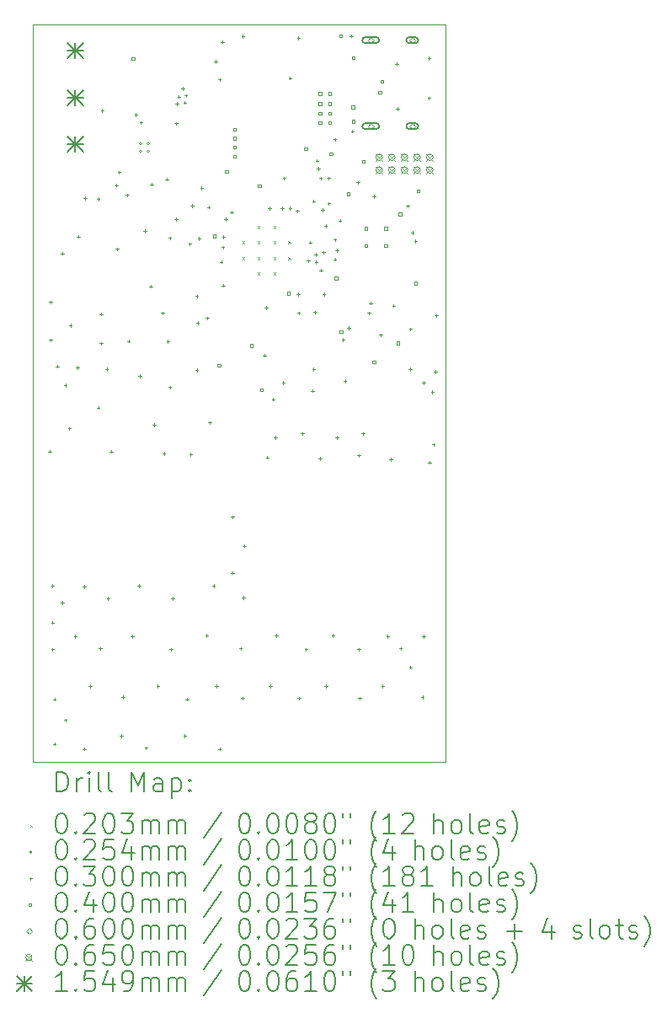
<source format=gbr>
%TF.GenerationSoftware,KiCad,Pcbnew,(7.0.0)*%
%TF.CreationDate,2023-05-25T13:50:03-05:00*%
%TF.ProjectId,Emrick,456d7269-636b-42e6-9b69-6361645f7063,3*%
%TF.SameCoordinates,Original*%
%TF.FileFunction,Drillmap*%
%TF.FilePolarity,Positive*%
%FSLAX45Y45*%
G04 Gerber Fmt 4.5, Leading zero omitted, Abs format (unit mm)*
G04 Created by KiCad (PCBNEW (7.0.0)) date 2023-05-25 13:50:03*
%MOMM*%
%LPD*%
G01*
G04 APERTURE LIST*
%ADD10C,0.100000*%
%ADD11C,0.200000*%
%ADD12C,0.020320*%
%ADD13C,0.025400*%
%ADD14C,0.030000*%
%ADD15C,0.040000*%
%ADD16C,0.060000*%
%ADD17C,0.065000*%
%ADD18C,0.154940*%
G04 APERTURE END LIST*
D10*
X12320000Y-1695000D02*
X12320000Y-9103250D01*
X8170000Y-1695000D02*
X12320000Y-1695000D01*
X8170000Y-9103250D02*
X8170000Y-1695000D01*
X8170000Y-9103250D02*
X12320000Y-9103250D01*
D11*
D12*
X10277340Y-3874490D02*
X10297660Y-3894810D01*
X10297660Y-3874490D02*
X10277340Y-3894810D01*
X10277340Y-4035190D02*
X10297660Y-4055510D01*
X10297660Y-4035190D02*
X10277340Y-4055510D01*
X10429490Y-3722340D02*
X10449810Y-3742660D01*
X10449810Y-3722340D02*
X10429490Y-3742660D01*
X10429490Y-3874490D02*
X10449810Y-3894810D01*
X10449810Y-3874490D02*
X10429490Y-3894810D01*
X10429490Y-4035190D02*
X10449810Y-4055510D01*
X10449810Y-4035190D02*
X10429490Y-4055510D01*
X10429490Y-4187340D02*
X10449810Y-4207660D01*
X10449810Y-4187340D02*
X10429490Y-4207660D01*
X10590190Y-3722340D02*
X10610510Y-3742660D01*
X10610510Y-3722340D02*
X10590190Y-3742660D01*
X10590190Y-3874490D02*
X10610510Y-3894810D01*
X10610510Y-3874490D02*
X10590190Y-3894810D01*
X10590190Y-4035190D02*
X10610510Y-4055510D01*
X10610510Y-4035190D02*
X10590190Y-4055510D01*
X10590190Y-4187340D02*
X10610510Y-4207660D01*
X10610510Y-4187340D02*
X10590190Y-4207660D01*
X10742340Y-3874490D02*
X10762660Y-3894810D01*
X10762660Y-3874490D02*
X10742340Y-3894810D01*
X10742340Y-4035190D02*
X10762660Y-4055510D01*
X10762660Y-4035190D02*
X10742340Y-4055510D01*
D13*
X9268311Y-2893130D02*
G75*
G03*
X9268311Y-2893130I-12700J0D01*
G01*
X9268311Y-2971870D02*
G75*
G03*
X9268311Y-2971870I-12700J0D01*
G01*
X9347051Y-2893130D02*
G75*
G03*
X9347051Y-2893130I-12700J0D01*
G01*
X9347051Y-2971870D02*
G75*
G03*
X9347051Y-2971870I-12700J0D01*
G01*
D14*
X8340000Y-5970000D02*
X8340000Y-6000000D01*
X8325000Y-5985000D02*
X8355000Y-5985000D01*
X8350000Y-4470000D02*
X8350000Y-4500000D01*
X8335000Y-4485000D02*
X8365000Y-4485000D01*
X8350000Y-4850000D02*
X8350000Y-4880000D01*
X8335000Y-4865000D02*
X8365000Y-4865000D01*
X8370000Y-7318250D02*
X8370000Y-7348250D01*
X8355000Y-7333250D02*
X8385000Y-7333250D01*
X8370000Y-7688250D02*
X8370000Y-7718250D01*
X8355000Y-7703250D02*
X8385000Y-7703250D01*
X8370000Y-7958250D02*
X8370000Y-7988250D01*
X8355000Y-7973250D02*
X8385000Y-7973250D01*
X8390000Y-8458250D02*
X8390000Y-8488250D01*
X8375000Y-8473250D02*
X8405000Y-8473250D01*
X8390000Y-8908250D02*
X8390000Y-8938250D01*
X8375000Y-8923250D02*
X8405000Y-8923250D01*
X8420000Y-5115000D02*
X8420000Y-5145000D01*
X8405000Y-5130000D02*
X8435000Y-5130000D01*
X8470000Y-3980000D02*
X8470000Y-4010000D01*
X8455000Y-3995000D02*
X8485000Y-3995000D01*
X8470000Y-7488250D02*
X8470000Y-7518250D01*
X8455000Y-7503250D02*
X8485000Y-7503250D01*
X8500000Y-5305000D02*
X8500000Y-5335000D01*
X8485000Y-5320000D02*
X8515000Y-5320000D01*
X8500000Y-8668250D02*
X8500000Y-8698250D01*
X8485000Y-8683250D02*
X8515000Y-8683250D01*
X8540000Y-5740000D02*
X8540000Y-5770000D01*
X8525000Y-5755000D02*
X8555000Y-5755000D01*
X8550000Y-4705000D02*
X8550000Y-4735000D01*
X8535000Y-4720000D02*
X8565000Y-4720000D01*
X8600000Y-7828250D02*
X8600000Y-7858250D01*
X8585000Y-7843250D02*
X8615000Y-7843250D01*
X8620000Y-5125000D02*
X8620000Y-5155000D01*
X8605000Y-5140000D02*
X8635000Y-5140000D01*
X8630000Y-3810000D02*
X8630000Y-3840000D01*
X8615000Y-3825000D02*
X8645000Y-3825000D01*
X8690000Y-7328250D02*
X8690000Y-7358250D01*
X8675000Y-7343250D02*
X8705000Y-7343250D01*
X8690000Y-8958250D02*
X8690000Y-8988250D01*
X8675000Y-8973250D02*
X8705000Y-8973250D01*
X8700000Y-3425950D02*
X8700000Y-3455950D01*
X8685000Y-3440950D02*
X8715000Y-3440950D01*
X8750000Y-8328250D02*
X8750000Y-8358250D01*
X8735000Y-8343250D02*
X8765000Y-8343250D01*
X8830000Y-3435000D02*
X8830000Y-3465000D01*
X8815000Y-3450000D02*
X8845000Y-3450000D01*
X8830000Y-5530000D02*
X8830000Y-5560000D01*
X8815000Y-5545000D02*
X8845000Y-5545000D01*
X8850000Y-7948250D02*
X8850000Y-7978250D01*
X8835000Y-7963250D02*
X8865000Y-7963250D01*
X8860000Y-4590000D02*
X8860000Y-4620000D01*
X8845000Y-4605000D02*
X8875000Y-4605000D01*
X8860000Y-4885000D02*
X8860000Y-4915000D01*
X8845000Y-4900000D02*
X8875000Y-4900000D01*
X8870000Y-2545000D02*
X8870000Y-2575000D01*
X8855000Y-2560000D02*
X8885000Y-2560000D01*
X8915000Y-5145000D02*
X8915000Y-5175000D01*
X8900000Y-5160000D02*
X8930000Y-5160000D01*
X8930000Y-7448250D02*
X8930000Y-7478250D01*
X8915000Y-7463250D02*
X8945000Y-7463250D01*
X8960000Y-5970000D02*
X8960000Y-6000000D01*
X8945000Y-5985000D02*
X8975000Y-5985000D01*
X9010000Y-3295000D02*
X9010000Y-3325000D01*
X8995000Y-3310000D02*
X9025000Y-3310000D01*
X9020000Y-3935000D02*
X9020000Y-3965000D01*
X9005000Y-3950000D02*
X9035000Y-3950000D01*
X9040000Y-3165000D02*
X9040000Y-3195000D01*
X9025000Y-3180000D02*
X9055000Y-3180000D01*
X9060000Y-8828250D02*
X9060000Y-8858250D01*
X9045000Y-8843250D02*
X9075000Y-8843250D01*
X9080000Y-8438250D02*
X9080000Y-8468250D01*
X9065000Y-8453250D02*
X9095000Y-8453250D01*
X9120000Y-3395000D02*
X9120000Y-3425000D01*
X9105000Y-3410000D02*
X9135000Y-3410000D01*
X9135000Y-4860000D02*
X9135000Y-4890000D01*
X9120000Y-4875000D02*
X9150000Y-4875000D01*
X9170000Y-7828250D02*
X9170000Y-7858250D01*
X9155000Y-7843250D02*
X9185000Y-7843250D01*
X9209931Y-2585000D02*
X9209931Y-2615000D01*
X9194931Y-2600000D02*
X9224931Y-2600000D01*
X9240000Y-7318250D02*
X9240000Y-7348250D01*
X9225000Y-7333250D02*
X9255000Y-7333250D01*
X9250000Y-5210000D02*
X9250000Y-5240000D01*
X9235000Y-5225000D02*
X9265000Y-5225000D01*
X9260000Y-2665000D02*
X9260000Y-2695000D01*
X9245000Y-2680000D02*
X9275000Y-2680000D01*
X9300000Y-3755000D02*
X9300000Y-3785000D01*
X9285000Y-3770000D02*
X9315000Y-3770000D01*
X9310000Y-8948250D02*
X9310000Y-8978250D01*
X9295000Y-8963250D02*
X9325000Y-8963250D01*
X9360000Y-4310000D02*
X9360000Y-4340000D01*
X9345000Y-4325000D02*
X9375000Y-4325000D01*
X9364950Y-3285000D02*
X9364950Y-3315000D01*
X9349950Y-3300000D02*
X9379950Y-3300000D01*
X9390000Y-5700000D02*
X9390000Y-5730000D01*
X9375000Y-5715000D02*
X9405000Y-5715000D01*
X9430000Y-8328250D02*
X9430000Y-8358250D01*
X9415000Y-8343250D02*
X9445000Y-8343250D01*
X9475000Y-4580000D02*
X9475000Y-4610000D01*
X9460000Y-4595000D02*
X9490000Y-4595000D01*
X9490000Y-5990000D02*
X9490000Y-6020000D01*
X9475000Y-6005000D02*
X9505000Y-6005000D01*
X9520000Y-3235000D02*
X9520000Y-3265000D01*
X9505000Y-3250000D02*
X9535000Y-3250000D01*
X9530000Y-4865000D02*
X9530000Y-4895000D01*
X9515000Y-4880000D02*
X9545000Y-4880000D01*
X9550000Y-3825000D02*
X9550000Y-3855000D01*
X9535000Y-3840000D02*
X9565000Y-3840000D01*
X9550000Y-5325000D02*
X9550000Y-5355000D01*
X9535000Y-5340000D02*
X9565000Y-5340000D01*
X9560000Y-7958250D02*
X9560000Y-7988250D01*
X9545000Y-7973250D02*
X9575000Y-7973250D01*
X9580000Y-7448250D02*
X9580000Y-7478250D01*
X9565000Y-7463250D02*
X9595000Y-7463250D01*
X9610000Y-2675000D02*
X9610000Y-2705000D01*
X9595000Y-2690000D02*
X9625000Y-2690000D01*
X9611652Y-3637500D02*
X9611652Y-3667500D01*
X9596652Y-3652500D02*
X9626652Y-3652500D01*
X9620000Y-2475000D02*
X9620000Y-2505000D01*
X9605000Y-2490000D02*
X9635000Y-2490000D01*
X9640000Y-2405000D02*
X9640000Y-2435000D01*
X9625000Y-2420000D02*
X9655000Y-2420000D01*
X9680000Y-2325000D02*
X9680000Y-2355000D01*
X9665000Y-2340000D02*
X9695000Y-2340000D01*
X9700000Y-2465000D02*
X9700000Y-2495000D01*
X9685000Y-2480000D02*
X9715000Y-2480000D01*
X9700000Y-8828250D02*
X9700000Y-8858250D01*
X9685000Y-8843250D02*
X9715000Y-8843250D01*
X9710000Y-2395000D02*
X9710000Y-2425000D01*
X9695000Y-2410000D02*
X9725000Y-2410000D01*
X9720000Y-8458250D02*
X9720000Y-8488250D01*
X9705000Y-8473250D02*
X9735000Y-8473250D01*
X9750000Y-3885000D02*
X9750000Y-3915000D01*
X9735000Y-3900000D02*
X9765000Y-3900000D01*
X9760000Y-6000000D02*
X9760000Y-6030000D01*
X9745000Y-6015000D02*
X9775000Y-6015000D01*
X9774812Y-3502089D02*
X9774812Y-3532089D01*
X9759812Y-3517089D02*
X9789812Y-3517089D01*
X9820000Y-4410000D02*
X9820000Y-4440000D01*
X9805000Y-4425000D02*
X9835000Y-4425000D01*
X9820000Y-5150000D02*
X9820000Y-5180000D01*
X9805000Y-5165000D02*
X9835000Y-5165000D01*
X9830000Y-4680000D02*
X9830000Y-4710000D01*
X9815000Y-4695000D02*
X9845000Y-4695000D01*
X9845000Y-3830000D02*
X9845000Y-3860000D01*
X9830000Y-3845000D02*
X9860000Y-3845000D01*
X9870000Y-3325000D02*
X9870000Y-3355000D01*
X9855000Y-3340000D02*
X9885000Y-3340000D01*
X9920000Y-7818250D02*
X9920000Y-7848250D01*
X9905000Y-7833250D02*
X9935000Y-7833250D01*
X9925000Y-4630000D02*
X9925000Y-4660000D01*
X9910000Y-4645000D02*
X9940000Y-4645000D01*
X9940000Y-3515000D02*
X9940000Y-3545000D01*
X9925000Y-3530000D02*
X9955000Y-3530000D01*
X9950000Y-5680000D02*
X9950000Y-5710000D01*
X9935000Y-5695000D02*
X9965000Y-5695000D01*
X9990000Y-7318250D02*
X9990000Y-7348250D01*
X9975000Y-7333250D02*
X10005000Y-7333250D01*
X10010000Y-2054950D02*
X10010000Y-2084950D01*
X9995000Y-2069950D02*
X10025000Y-2069950D01*
X10020000Y-8328250D02*
X10020000Y-8358250D01*
X10005000Y-8343250D02*
X10035000Y-8343250D01*
X10050000Y-2235000D02*
X10050000Y-2265000D01*
X10035000Y-2250000D02*
X10065000Y-2250000D01*
X10050000Y-8958250D02*
X10050000Y-8988250D01*
X10035000Y-8973250D02*
X10065000Y-8973250D01*
X10065841Y-4064159D02*
X10065841Y-4094159D01*
X10050841Y-4079159D02*
X10080841Y-4079159D01*
X10080000Y-1855000D02*
X10080000Y-1885000D01*
X10065000Y-1870000D02*
X10095000Y-1870000D01*
X10083547Y-3919037D02*
X10083547Y-3949037D01*
X10068547Y-3934037D02*
X10098547Y-3934037D01*
X10088000Y-4302000D02*
X10088000Y-4332000D01*
X10073000Y-4317000D02*
X10103000Y-4317000D01*
X10090000Y-3815000D02*
X10090000Y-3845000D01*
X10075000Y-3830000D02*
X10105000Y-3830000D01*
X10110768Y-3637550D02*
X10110768Y-3667550D01*
X10095768Y-3652550D02*
X10125768Y-3652550D01*
X10170000Y-3565000D02*
X10170000Y-3595000D01*
X10155000Y-3580000D02*
X10185000Y-3580000D01*
X10180000Y-6628250D02*
X10180000Y-6658250D01*
X10165000Y-6643250D02*
X10195000Y-6643250D01*
X10180000Y-7188250D02*
X10180000Y-7218250D01*
X10165000Y-7203250D02*
X10195000Y-7203250D01*
X10260000Y-7948250D02*
X10260000Y-7978250D01*
X10245000Y-7963250D02*
X10275000Y-7963250D01*
X10280000Y-8448250D02*
X10280000Y-8478250D01*
X10265000Y-8463250D02*
X10295000Y-8463250D01*
X10284981Y-1797450D02*
X10284981Y-1827450D01*
X10269981Y-1812450D02*
X10299981Y-1812450D01*
X10290000Y-7438250D02*
X10290000Y-7468250D01*
X10275000Y-7453250D02*
X10305000Y-7453250D01*
X10300000Y-6918250D02*
X10300000Y-6948250D01*
X10285000Y-6933250D02*
X10315000Y-6933250D01*
X10500000Y-5005000D02*
X10500000Y-5035000D01*
X10485000Y-5020000D02*
X10515000Y-5020000D01*
X10520045Y-4527450D02*
X10520045Y-4557450D01*
X10505045Y-4542450D02*
X10535045Y-4542450D01*
X10530000Y-6030000D02*
X10530000Y-6060000D01*
X10515000Y-6045000D02*
X10545000Y-6045000D01*
X10550000Y-3525000D02*
X10550000Y-3555000D01*
X10535000Y-3540000D02*
X10565000Y-3540000D01*
X10560000Y-8328250D02*
X10560000Y-8358250D01*
X10545000Y-8343250D02*
X10575000Y-8343250D01*
X10590000Y-5445000D02*
X10590000Y-5475000D01*
X10575000Y-5460000D02*
X10605000Y-5460000D01*
X10610000Y-5830000D02*
X10610000Y-5860000D01*
X10595000Y-5845000D02*
X10625000Y-5845000D01*
X10620000Y-7818250D02*
X10620000Y-7848250D01*
X10605000Y-7833250D02*
X10635000Y-7833250D01*
X10678411Y-3528187D02*
X10678411Y-3558187D01*
X10663411Y-3543187D02*
X10693411Y-3543187D01*
X10690000Y-5280000D02*
X10690000Y-5310000D01*
X10675000Y-5295000D02*
X10705000Y-5295000D01*
X10700000Y-3224750D02*
X10700000Y-3254750D01*
X10685000Y-3239750D02*
X10715000Y-3239750D01*
X10758019Y-2219680D02*
X10758019Y-2249680D01*
X10743019Y-2234680D02*
X10773019Y-2234680D01*
X10758310Y-3525328D02*
X10758310Y-3555328D01*
X10743310Y-3540328D02*
X10773310Y-3540328D01*
X10832550Y-3555000D02*
X10832550Y-3585000D01*
X10817550Y-3570000D02*
X10847550Y-3570000D01*
X10840000Y-4390000D02*
X10840000Y-4420000D01*
X10825000Y-4405000D02*
X10855000Y-4405000D01*
X10843019Y-1815000D02*
X10843019Y-1845000D01*
X10828019Y-1830000D02*
X10858019Y-1830000D01*
X10845000Y-4580000D02*
X10845000Y-4610000D01*
X10830000Y-4595000D02*
X10860000Y-4595000D01*
X10850000Y-8448250D02*
X10850000Y-8478250D01*
X10835000Y-8463250D02*
X10865000Y-8463250D01*
X10880000Y-5790000D02*
X10880000Y-5820000D01*
X10865000Y-5805000D02*
X10895000Y-5805000D01*
X10920000Y-7958250D02*
X10920000Y-7988250D01*
X10905000Y-7973250D02*
X10935000Y-7973250D01*
X10941468Y-4055006D02*
X10941468Y-4085006D01*
X10926468Y-4070006D02*
X10956468Y-4070006D01*
X10961456Y-3870750D02*
X10961456Y-3900750D01*
X10946456Y-3885750D02*
X10976456Y-3885750D01*
X10985000Y-5360000D02*
X10985000Y-5390000D01*
X10970000Y-5375000D02*
X11000000Y-5375000D01*
X10995000Y-3455000D02*
X10995000Y-3485000D01*
X10980000Y-3470000D02*
X11010000Y-3470000D01*
X10995000Y-5145000D02*
X10995000Y-5175000D01*
X10980000Y-5160000D02*
X11010000Y-5160000D01*
X11010000Y-4570000D02*
X11010000Y-4600000D01*
X10995000Y-4585000D02*
X11025000Y-4585000D01*
X11018663Y-3990061D02*
X11018663Y-4020061D01*
X11003663Y-4005061D02*
X11033663Y-4005061D01*
X11020000Y-4070000D02*
X11020000Y-4100000D01*
X11005000Y-4085000D02*
X11035000Y-4085000D01*
X11029937Y-3048351D02*
X11029937Y-3078351D01*
X11014937Y-3063351D02*
X11044937Y-3063351D01*
X11042334Y-3127334D02*
X11042334Y-3157334D01*
X11027334Y-3142334D02*
X11057334Y-3142334D01*
X11060000Y-6040000D02*
X11060000Y-6070000D01*
X11045000Y-6055000D02*
X11075000Y-6055000D01*
X11065050Y-3224750D02*
X11065050Y-3254750D01*
X11050050Y-3239750D02*
X11080050Y-3239750D01*
X11070000Y-4150000D02*
X11070000Y-4180000D01*
X11055000Y-4165000D02*
X11085000Y-4165000D01*
X11083353Y-3543353D02*
X11083353Y-3573353D01*
X11068353Y-3558353D02*
X11098353Y-3558353D01*
X11095873Y-3969309D02*
X11095873Y-3999309D01*
X11080873Y-3984309D02*
X11110873Y-3984309D01*
X11100000Y-4390000D02*
X11100000Y-4420000D01*
X11085000Y-4405000D02*
X11115000Y-4405000D01*
X11115841Y-3705841D02*
X11115841Y-3735841D01*
X11100841Y-3720841D02*
X11130841Y-3720841D01*
X11120000Y-8328250D02*
X11120000Y-8358250D01*
X11105000Y-8343250D02*
X11135000Y-8343250D01*
X11145000Y-3224750D02*
X11145000Y-3254750D01*
X11130000Y-3239750D02*
X11160000Y-3239750D01*
X11148353Y-3478353D02*
X11148353Y-3508353D01*
X11133353Y-3493353D02*
X11163353Y-3493353D01*
X11190000Y-7818250D02*
X11190000Y-7848250D01*
X11175000Y-7833250D02*
X11205000Y-7833250D01*
X11209950Y-3842738D02*
X11209950Y-3872738D01*
X11194950Y-3857738D02*
X11224950Y-3857738D01*
X11209950Y-4040000D02*
X11209950Y-4070000D01*
X11194950Y-4055000D02*
X11224950Y-4055000D01*
X11210000Y-2835000D02*
X11210000Y-2865000D01*
X11195000Y-2850000D02*
X11225000Y-2850000D01*
X11230000Y-3950000D02*
X11230000Y-3980000D01*
X11215000Y-3965000D02*
X11245000Y-3965000D01*
X11230000Y-5830000D02*
X11230000Y-5860000D01*
X11215000Y-5845000D02*
X11245000Y-5845000D01*
X11260000Y-3650000D02*
X11260000Y-3680000D01*
X11245000Y-3665000D02*
X11275000Y-3665000D01*
X11291225Y-4848845D02*
X11291225Y-4878845D01*
X11276225Y-4863845D02*
X11306225Y-4863845D01*
X11310000Y-5260000D02*
X11310000Y-5290000D01*
X11295000Y-5275000D02*
X11325000Y-5275000D01*
X11350000Y-4730000D02*
X11350000Y-4760000D01*
X11335000Y-4745000D02*
X11365000Y-4745000D01*
X11371151Y-1795539D02*
X11371151Y-1825539D01*
X11356151Y-1810539D02*
X11386151Y-1810539D01*
X11385842Y-2752550D02*
X11385842Y-2782550D01*
X11370842Y-2767550D02*
X11400842Y-2767550D01*
X11442416Y-3267550D02*
X11442416Y-3297550D01*
X11427416Y-3282550D02*
X11457416Y-3282550D01*
X11450000Y-6010000D02*
X11450000Y-6040000D01*
X11435000Y-6025000D02*
X11465000Y-6025000D01*
X11450000Y-7958250D02*
X11450000Y-7988250D01*
X11435000Y-7973250D02*
X11465000Y-7973250D01*
X11460000Y-8448250D02*
X11460000Y-8478250D01*
X11445000Y-8463250D02*
X11475000Y-8463250D01*
X11490000Y-5790000D02*
X11490000Y-5820000D01*
X11475000Y-5805000D02*
X11505000Y-5805000D01*
X11550000Y-4580000D02*
X11550000Y-4610000D01*
X11535000Y-4595000D02*
X11565000Y-4595000D01*
X11570000Y-4480000D02*
X11570000Y-4510000D01*
X11555000Y-4495000D02*
X11585000Y-4495000D01*
X11600000Y-3410000D02*
X11600000Y-3440000D01*
X11585000Y-3425000D02*
X11615000Y-3425000D01*
X11670000Y-4800000D02*
X11670000Y-4830000D01*
X11655000Y-4815000D02*
X11685000Y-4815000D01*
X11690000Y-8328250D02*
X11690000Y-8358250D01*
X11675000Y-8343250D02*
X11705000Y-8343250D01*
X11740000Y-7828250D02*
X11740000Y-7858250D01*
X11725000Y-7843250D02*
X11755000Y-7843250D01*
X11770000Y-6050000D02*
X11770000Y-6080000D01*
X11755000Y-6065000D02*
X11785000Y-6065000D01*
X11800000Y-4505000D02*
X11800000Y-4535000D01*
X11785000Y-4520000D02*
X11815000Y-4520000D01*
X11830000Y-2075000D02*
X11830000Y-2105000D01*
X11815000Y-2090000D02*
X11845000Y-2090000D01*
X11840000Y-2525000D02*
X11840000Y-2555000D01*
X11825000Y-2540000D02*
X11855000Y-2540000D01*
X11870000Y-7948250D02*
X11870000Y-7978250D01*
X11855000Y-7963250D02*
X11885000Y-7963250D01*
X11940000Y-3505000D02*
X11940000Y-3535000D01*
X11925000Y-3520000D02*
X11955000Y-3520000D01*
X11965000Y-5145000D02*
X11965000Y-5175000D01*
X11950000Y-5160000D02*
X11980000Y-5160000D01*
X11970000Y-4740000D02*
X11970000Y-4770000D01*
X11955000Y-4755000D02*
X11985000Y-4755000D01*
X11970000Y-8138250D02*
X11970000Y-8168250D01*
X11955000Y-8153250D02*
X11985000Y-8153250D01*
X11987573Y-3769950D02*
X11987573Y-3799950D01*
X11972573Y-3784950D02*
X12002573Y-3784950D01*
X12020000Y-3855000D02*
X12020000Y-3885000D01*
X12005000Y-3870000D02*
X12035000Y-3870000D01*
X12090000Y-8438250D02*
X12090000Y-8468250D01*
X12075000Y-8453250D02*
X12105000Y-8453250D01*
X12100000Y-5280000D02*
X12100000Y-5310000D01*
X12085000Y-5295000D02*
X12115000Y-5295000D01*
X12100000Y-7828250D02*
X12100000Y-7858250D01*
X12085000Y-7843250D02*
X12115000Y-7843250D01*
X12155000Y-2020000D02*
X12155000Y-2050000D01*
X12140000Y-2035000D02*
X12170000Y-2035000D01*
X12155000Y-2420000D02*
X12155000Y-2450000D01*
X12140000Y-2435000D02*
X12170000Y-2435000D01*
X12160000Y-6080000D02*
X12160000Y-6110000D01*
X12145000Y-6095000D02*
X12175000Y-6095000D01*
X12190000Y-5370000D02*
X12190000Y-5400000D01*
X12175000Y-5385000D02*
X12205000Y-5385000D01*
X12200000Y-5900000D02*
X12200000Y-5930000D01*
X12185000Y-5915000D02*
X12215000Y-5915000D01*
X12220000Y-5170000D02*
X12220000Y-5200000D01*
X12205000Y-5185000D02*
X12235000Y-5185000D01*
X12230000Y-4605000D02*
X12230000Y-4635000D01*
X12215000Y-4620000D02*
X12245000Y-4620000D01*
D15*
X9194142Y-2054142D02*
X9194142Y-2025858D01*
X9165858Y-2025858D01*
X9165858Y-2054142D01*
X9194142Y-2054142D01*
X10009142Y-3834142D02*
X10009142Y-3805858D01*
X9980858Y-3805858D01*
X9980858Y-3834142D01*
X10009142Y-3834142D01*
X10059142Y-5134142D02*
X10059142Y-5105858D01*
X10030858Y-5105858D01*
X10030858Y-5134142D01*
X10059142Y-5134142D01*
X10134142Y-3189142D02*
X10134142Y-3160858D01*
X10105858Y-3160858D01*
X10105858Y-3189142D01*
X10134142Y-3189142D01*
X10214142Y-2764142D02*
X10214142Y-2735858D01*
X10185858Y-2735858D01*
X10185858Y-2764142D01*
X10214142Y-2764142D01*
X10214142Y-2854142D02*
X10214142Y-2825858D01*
X10185858Y-2825858D01*
X10185858Y-2854142D01*
X10214142Y-2854142D01*
X10214142Y-2944142D02*
X10214142Y-2915858D01*
X10185858Y-2915858D01*
X10185858Y-2944142D01*
X10214142Y-2944142D01*
X10214142Y-3034142D02*
X10214142Y-3005858D01*
X10185858Y-3005858D01*
X10185858Y-3034142D01*
X10214142Y-3034142D01*
X10384142Y-4934142D02*
X10384142Y-4905858D01*
X10355858Y-4905858D01*
X10355858Y-4934142D01*
X10384142Y-4934142D01*
X10464142Y-3328842D02*
X10464142Y-3300558D01*
X10435858Y-3300558D01*
X10435858Y-3328842D01*
X10464142Y-3328842D01*
X10484142Y-5379142D02*
X10484142Y-5350858D01*
X10455858Y-5350858D01*
X10455858Y-5379142D01*
X10484142Y-5379142D01*
X10759142Y-4409142D02*
X10759142Y-4380858D01*
X10730858Y-4380858D01*
X10730858Y-4409142D01*
X10759142Y-4409142D01*
X10929147Y-2959137D02*
X10929147Y-2930853D01*
X10900863Y-2930853D01*
X10900863Y-2959137D01*
X10929147Y-2959137D01*
X11074142Y-2404142D02*
X11074142Y-2375858D01*
X11045858Y-2375858D01*
X11045858Y-2404142D01*
X11074142Y-2404142D01*
X11074142Y-2504142D02*
X11074142Y-2475858D01*
X11045858Y-2475858D01*
X11045858Y-2504142D01*
X11074142Y-2504142D01*
X11074142Y-2604142D02*
X11074142Y-2575858D01*
X11045858Y-2575858D01*
X11045858Y-2604142D01*
X11074142Y-2604142D01*
X11074142Y-2694142D02*
X11074142Y-2665858D01*
X11045858Y-2665858D01*
X11045858Y-2694142D01*
X11074142Y-2694142D01*
X11174142Y-2404142D02*
X11174142Y-2375858D01*
X11145858Y-2375858D01*
X11145858Y-2404142D01*
X11174142Y-2404142D01*
X11174142Y-2504142D02*
X11174142Y-2475858D01*
X11145858Y-2475858D01*
X11145858Y-2504142D01*
X11174142Y-2504142D01*
X11174142Y-2604142D02*
X11174142Y-2575858D01*
X11145858Y-2575858D01*
X11145858Y-2604142D01*
X11174142Y-2604142D01*
X11174142Y-2694142D02*
X11174142Y-2665858D01*
X11145858Y-2665858D01*
X11145858Y-2694142D01*
X11174142Y-2694142D01*
X11184142Y-3009142D02*
X11184142Y-2980858D01*
X11155858Y-2980858D01*
X11155858Y-3009142D01*
X11184142Y-3009142D01*
X11234142Y-4259142D02*
X11234142Y-4230858D01*
X11205858Y-4230858D01*
X11205858Y-4259142D01*
X11234142Y-4259142D01*
X11284142Y-1824142D02*
X11284142Y-1795858D01*
X11255858Y-1795858D01*
X11255858Y-1824142D01*
X11284142Y-1824142D01*
X11287138Y-4795017D02*
X11287138Y-4766732D01*
X11258854Y-4766732D01*
X11258854Y-4795017D01*
X11287138Y-4795017D01*
X11357912Y-3410372D02*
X11357912Y-3382088D01*
X11329628Y-3382088D01*
X11329628Y-3410372D01*
X11357912Y-3410372D01*
X11404142Y-2539142D02*
X11404142Y-2510858D01*
X11375858Y-2510858D01*
X11375858Y-2539142D01*
X11404142Y-2539142D01*
X11409142Y-2684142D02*
X11409142Y-2655858D01*
X11380858Y-2655858D01*
X11380858Y-2684142D01*
X11409142Y-2684142D01*
X11409642Y-2044142D02*
X11409642Y-2015858D01*
X11381358Y-2015858D01*
X11381358Y-2044142D01*
X11409642Y-2044142D01*
X11509142Y-3084142D02*
X11509142Y-3055858D01*
X11480858Y-3055858D01*
X11480858Y-3084142D01*
X11509142Y-3084142D01*
X11534142Y-3759142D02*
X11534142Y-3730858D01*
X11505858Y-3730858D01*
X11505858Y-3759142D01*
X11534142Y-3759142D01*
X11534142Y-3934142D02*
X11534142Y-3905858D01*
X11505858Y-3905858D01*
X11505858Y-3934142D01*
X11534142Y-3934142D01*
X11616642Y-5101642D02*
X11616642Y-5073358D01*
X11588358Y-5073358D01*
X11588358Y-5101642D01*
X11616642Y-5101642D01*
X11674142Y-2389142D02*
X11674142Y-2360858D01*
X11645858Y-2360858D01*
X11645858Y-2389142D01*
X11674142Y-2389142D01*
X11694142Y-2279142D02*
X11694142Y-2250858D01*
X11665858Y-2250858D01*
X11665858Y-2279142D01*
X11694142Y-2279142D01*
X11734142Y-3759142D02*
X11734142Y-3730858D01*
X11705858Y-3730858D01*
X11705858Y-3759142D01*
X11734142Y-3759142D01*
X11734142Y-3934142D02*
X11734142Y-3905858D01*
X11705858Y-3905858D01*
X11705858Y-3934142D01*
X11734142Y-3934142D01*
X11859142Y-4909142D02*
X11859142Y-4880858D01*
X11830858Y-4880858D01*
X11830858Y-4909142D01*
X11859142Y-4909142D01*
X11879142Y-3614142D02*
X11879142Y-3585858D01*
X11850858Y-3585858D01*
X11850858Y-3614142D01*
X11879142Y-3614142D01*
X12034142Y-4309142D02*
X12034142Y-4280858D01*
X12005858Y-4280858D01*
X12005858Y-4309142D01*
X12034142Y-4309142D01*
X12059142Y-3384142D02*
X12059142Y-3355858D01*
X12030858Y-3355858D01*
X12030858Y-3384142D01*
X12059142Y-3384142D01*
D16*
X11569500Y-1883000D02*
X11599500Y-1853000D01*
X11569500Y-1823000D01*
X11539500Y-1853000D01*
X11569500Y-1883000D01*
D11*
X11514500Y-1883000D02*
X11624500Y-1883000D01*
X11624500Y-1883000D02*
G75*
G03*
X11624500Y-1823000I0J30000D01*
G01*
X11624500Y-1823000D02*
X11514500Y-1823000D01*
X11514500Y-1823000D02*
G75*
G03*
X11514500Y-1883000I0J-30000D01*
G01*
D16*
X11569500Y-2747000D02*
X11599500Y-2717000D01*
X11569500Y-2687000D01*
X11539500Y-2717000D01*
X11569500Y-2747000D01*
D11*
X11514500Y-2747000D02*
X11624500Y-2747000D01*
X11624500Y-2747000D02*
G75*
G03*
X11624500Y-2687000I0J30000D01*
G01*
X11624500Y-2687000D02*
X11514500Y-2687000D01*
X11514500Y-2687000D02*
G75*
G03*
X11514500Y-2747000I0J-30000D01*
G01*
D16*
X11987500Y-1883000D02*
X12017500Y-1853000D01*
X11987500Y-1823000D01*
X11957500Y-1853000D01*
X11987500Y-1883000D01*
D11*
X11957500Y-1883000D02*
X12017500Y-1883000D01*
X12017500Y-1883000D02*
G75*
G03*
X12017500Y-1823000I0J30000D01*
G01*
X12017500Y-1823000D02*
X11957500Y-1823000D01*
X11957500Y-1823000D02*
G75*
G03*
X11957500Y-1883000I0J-30000D01*
G01*
D16*
X11987500Y-2747000D02*
X12017500Y-2717000D01*
X11987500Y-2687000D01*
X11957500Y-2717000D01*
X11987500Y-2747000D01*
D11*
X11957500Y-2747000D02*
X12017500Y-2747000D01*
X12017500Y-2747000D02*
G75*
G03*
X12017500Y-2687000I0J30000D01*
G01*
X12017500Y-2687000D02*
X11957500Y-2687000D01*
X11957500Y-2687000D02*
G75*
G03*
X11957500Y-2747000I0J-30000D01*
G01*
D17*
X11622500Y-2998000D02*
X11687500Y-3063000D01*
X11687500Y-2998000D02*
X11622500Y-3063000D01*
X11687500Y-3030500D02*
G75*
G03*
X11687500Y-3030500I-32500J0D01*
G01*
X11622500Y-3125000D02*
X11687500Y-3190000D01*
X11687500Y-3125000D02*
X11622500Y-3190000D01*
X11687500Y-3157500D02*
G75*
G03*
X11687500Y-3157500I-32500J0D01*
G01*
X11749500Y-2998000D02*
X11814500Y-3063000D01*
X11814500Y-2998000D02*
X11749500Y-3063000D01*
X11814500Y-3030500D02*
G75*
G03*
X11814500Y-3030500I-32500J0D01*
G01*
X11749500Y-3125000D02*
X11814500Y-3190000D01*
X11814500Y-3125000D02*
X11749500Y-3190000D01*
X11814500Y-3157500D02*
G75*
G03*
X11814500Y-3157500I-32500J0D01*
G01*
X11876500Y-2998000D02*
X11941500Y-3063000D01*
X11941500Y-2998000D02*
X11876500Y-3063000D01*
X11941500Y-3030500D02*
G75*
G03*
X11941500Y-3030500I-32500J0D01*
G01*
X11876500Y-3125000D02*
X11941500Y-3190000D01*
X11941500Y-3125000D02*
X11876500Y-3190000D01*
X11941500Y-3157500D02*
G75*
G03*
X11941500Y-3157500I-32500J0D01*
G01*
X12003500Y-2998000D02*
X12068500Y-3063000D01*
X12068500Y-2998000D02*
X12003500Y-3063000D01*
X12068500Y-3030500D02*
G75*
G03*
X12068500Y-3030500I-32500J0D01*
G01*
X12003500Y-3125000D02*
X12068500Y-3190000D01*
X12068500Y-3125000D02*
X12003500Y-3190000D01*
X12068500Y-3157500D02*
G75*
G03*
X12068500Y-3157500I-32500J0D01*
G01*
X12130500Y-2998000D02*
X12195500Y-3063000D01*
X12195500Y-2998000D02*
X12130500Y-3063000D01*
X12195500Y-3030500D02*
G75*
G03*
X12195500Y-3030500I-32500J0D01*
G01*
X12130500Y-3125000D02*
X12195500Y-3190000D01*
X12195500Y-3125000D02*
X12130500Y-3190000D01*
X12195500Y-3157500D02*
G75*
G03*
X12195500Y-3157500I-32500J0D01*
G01*
D18*
X8522530Y-1882140D02*
X8677470Y-2037080D01*
X8677470Y-1882140D02*
X8522530Y-2037080D01*
X8600000Y-1882140D02*
X8600000Y-2037080D01*
X8522530Y-1959610D02*
X8677470Y-1959610D01*
X8522530Y-2352040D02*
X8677470Y-2506980D01*
X8677470Y-2352040D02*
X8522530Y-2506980D01*
X8600000Y-2352040D02*
X8600000Y-2506980D01*
X8522530Y-2429510D02*
X8677470Y-2429510D01*
X8522530Y-2821940D02*
X8677470Y-2976880D01*
X8677470Y-2821940D02*
X8522530Y-2976880D01*
X8600000Y-2821940D02*
X8600000Y-2976880D01*
X8522530Y-2899410D02*
X8677470Y-2899410D01*
D11*
X8412619Y-9401726D02*
X8412619Y-9201726D01*
X8412619Y-9201726D02*
X8460238Y-9201726D01*
X8460238Y-9201726D02*
X8488810Y-9211250D01*
X8488810Y-9211250D02*
X8507857Y-9230298D01*
X8507857Y-9230298D02*
X8517381Y-9249345D01*
X8517381Y-9249345D02*
X8526905Y-9287440D01*
X8526905Y-9287440D02*
X8526905Y-9316012D01*
X8526905Y-9316012D02*
X8517381Y-9354107D01*
X8517381Y-9354107D02*
X8507857Y-9373155D01*
X8507857Y-9373155D02*
X8488810Y-9392202D01*
X8488810Y-9392202D02*
X8460238Y-9401726D01*
X8460238Y-9401726D02*
X8412619Y-9401726D01*
X8612619Y-9401726D02*
X8612619Y-9268393D01*
X8612619Y-9306488D02*
X8622143Y-9287440D01*
X8622143Y-9287440D02*
X8631667Y-9277917D01*
X8631667Y-9277917D02*
X8650714Y-9268393D01*
X8650714Y-9268393D02*
X8669762Y-9268393D01*
X8736429Y-9401726D02*
X8736429Y-9268393D01*
X8736429Y-9201726D02*
X8726905Y-9211250D01*
X8726905Y-9211250D02*
X8736429Y-9220774D01*
X8736429Y-9220774D02*
X8745952Y-9211250D01*
X8745952Y-9211250D02*
X8736429Y-9201726D01*
X8736429Y-9201726D02*
X8736429Y-9220774D01*
X8860238Y-9401726D02*
X8841190Y-9392202D01*
X8841190Y-9392202D02*
X8831667Y-9373155D01*
X8831667Y-9373155D02*
X8831667Y-9201726D01*
X8965000Y-9401726D02*
X8945952Y-9392202D01*
X8945952Y-9392202D02*
X8936429Y-9373155D01*
X8936429Y-9373155D02*
X8936429Y-9201726D01*
X9161190Y-9401726D02*
X9161190Y-9201726D01*
X9161190Y-9201726D02*
X9227857Y-9344583D01*
X9227857Y-9344583D02*
X9294524Y-9201726D01*
X9294524Y-9201726D02*
X9294524Y-9401726D01*
X9475476Y-9401726D02*
X9475476Y-9296964D01*
X9475476Y-9296964D02*
X9465952Y-9277917D01*
X9465952Y-9277917D02*
X9446905Y-9268393D01*
X9446905Y-9268393D02*
X9408809Y-9268393D01*
X9408809Y-9268393D02*
X9389762Y-9277917D01*
X9475476Y-9392202D02*
X9456429Y-9401726D01*
X9456429Y-9401726D02*
X9408809Y-9401726D01*
X9408809Y-9401726D02*
X9389762Y-9392202D01*
X9389762Y-9392202D02*
X9380238Y-9373155D01*
X9380238Y-9373155D02*
X9380238Y-9354107D01*
X9380238Y-9354107D02*
X9389762Y-9335060D01*
X9389762Y-9335060D02*
X9408809Y-9325536D01*
X9408809Y-9325536D02*
X9456429Y-9325536D01*
X9456429Y-9325536D02*
X9475476Y-9316012D01*
X9570714Y-9268393D02*
X9570714Y-9468393D01*
X9570714Y-9277917D02*
X9589762Y-9268393D01*
X9589762Y-9268393D02*
X9627857Y-9268393D01*
X9627857Y-9268393D02*
X9646905Y-9277917D01*
X9646905Y-9277917D02*
X9656429Y-9287440D01*
X9656429Y-9287440D02*
X9665952Y-9306488D01*
X9665952Y-9306488D02*
X9665952Y-9363631D01*
X9665952Y-9363631D02*
X9656429Y-9382679D01*
X9656429Y-9382679D02*
X9646905Y-9392202D01*
X9646905Y-9392202D02*
X9627857Y-9401726D01*
X9627857Y-9401726D02*
X9589762Y-9401726D01*
X9589762Y-9401726D02*
X9570714Y-9392202D01*
X9751667Y-9382679D02*
X9761190Y-9392202D01*
X9761190Y-9392202D02*
X9751667Y-9401726D01*
X9751667Y-9401726D02*
X9742143Y-9392202D01*
X9742143Y-9392202D02*
X9751667Y-9382679D01*
X9751667Y-9382679D02*
X9751667Y-9401726D01*
X9751667Y-9277917D02*
X9761190Y-9287440D01*
X9761190Y-9287440D02*
X9751667Y-9296964D01*
X9751667Y-9296964D02*
X9742143Y-9287440D01*
X9742143Y-9287440D02*
X9751667Y-9277917D01*
X9751667Y-9277917D02*
X9751667Y-9296964D01*
D12*
X8144680Y-9738090D02*
X8165000Y-9758410D01*
X8165000Y-9738090D02*
X8144680Y-9758410D01*
D11*
X8450714Y-9621726D02*
X8469762Y-9621726D01*
X8469762Y-9621726D02*
X8488810Y-9631250D01*
X8488810Y-9631250D02*
X8498333Y-9640774D01*
X8498333Y-9640774D02*
X8507857Y-9659821D01*
X8507857Y-9659821D02*
X8517381Y-9697917D01*
X8517381Y-9697917D02*
X8517381Y-9745536D01*
X8517381Y-9745536D02*
X8507857Y-9783631D01*
X8507857Y-9783631D02*
X8498333Y-9802679D01*
X8498333Y-9802679D02*
X8488810Y-9812202D01*
X8488810Y-9812202D02*
X8469762Y-9821726D01*
X8469762Y-9821726D02*
X8450714Y-9821726D01*
X8450714Y-9821726D02*
X8431667Y-9812202D01*
X8431667Y-9812202D02*
X8422143Y-9802679D01*
X8422143Y-9802679D02*
X8412619Y-9783631D01*
X8412619Y-9783631D02*
X8403095Y-9745536D01*
X8403095Y-9745536D02*
X8403095Y-9697917D01*
X8403095Y-9697917D02*
X8412619Y-9659821D01*
X8412619Y-9659821D02*
X8422143Y-9640774D01*
X8422143Y-9640774D02*
X8431667Y-9631250D01*
X8431667Y-9631250D02*
X8450714Y-9621726D01*
X8603095Y-9802679D02*
X8612619Y-9812202D01*
X8612619Y-9812202D02*
X8603095Y-9821726D01*
X8603095Y-9821726D02*
X8593571Y-9812202D01*
X8593571Y-9812202D02*
X8603095Y-9802679D01*
X8603095Y-9802679D02*
X8603095Y-9821726D01*
X8688810Y-9640774D02*
X8698333Y-9631250D01*
X8698333Y-9631250D02*
X8717381Y-9621726D01*
X8717381Y-9621726D02*
X8765000Y-9621726D01*
X8765000Y-9621726D02*
X8784048Y-9631250D01*
X8784048Y-9631250D02*
X8793571Y-9640774D01*
X8793571Y-9640774D02*
X8803095Y-9659821D01*
X8803095Y-9659821D02*
X8803095Y-9678869D01*
X8803095Y-9678869D02*
X8793571Y-9707440D01*
X8793571Y-9707440D02*
X8679286Y-9821726D01*
X8679286Y-9821726D02*
X8803095Y-9821726D01*
X8926905Y-9621726D02*
X8945952Y-9621726D01*
X8945952Y-9621726D02*
X8965000Y-9631250D01*
X8965000Y-9631250D02*
X8974524Y-9640774D01*
X8974524Y-9640774D02*
X8984048Y-9659821D01*
X8984048Y-9659821D02*
X8993571Y-9697917D01*
X8993571Y-9697917D02*
X8993571Y-9745536D01*
X8993571Y-9745536D02*
X8984048Y-9783631D01*
X8984048Y-9783631D02*
X8974524Y-9802679D01*
X8974524Y-9802679D02*
X8965000Y-9812202D01*
X8965000Y-9812202D02*
X8945952Y-9821726D01*
X8945952Y-9821726D02*
X8926905Y-9821726D01*
X8926905Y-9821726D02*
X8907857Y-9812202D01*
X8907857Y-9812202D02*
X8898333Y-9802679D01*
X8898333Y-9802679D02*
X8888810Y-9783631D01*
X8888810Y-9783631D02*
X8879286Y-9745536D01*
X8879286Y-9745536D02*
X8879286Y-9697917D01*
X8879286Y-9697917D02*
X8888810Y-9659821D01*
X8888810Y-9659821D02*
X8898333Y-9640774D01*
X8898333Y-9640774D02*
X8907857Y-9631250D01*
X8907857Y-9631250D02*
X8926905Y-9621726D01*
X9060238Y-9621726D02*
X9184048Y-9621726D01*
X9184048Y-9621726D02*
X9117381Y-9697917D01*
X9117381Y-9697917D02*
X9145952Y-9697917D01*
X9145952Y-9697917D02*
X9165000Y-9707440D01*
X9165000Y-9707440D02*
X9174524Y-9716964D01*
X9174524Y-9716964D02*
X9184048Y-9736012D01*
X9184048Y-9736012D02*
X9184048Y-9783631D01*
X9184048Y-9783631D02*
X9174524Y-9802679D01*
X9174524Y-9802679D02*
X9165000Y-9812202D01*
X9165000Y-9812202D02*
X9145952Y-9821726D01*
X9145952Y-9821726D02*
X9088810Y-9821726D01*
X9088810Y-9821726D02*
X9069762Y-9812202D01*
X9069762Y-9812202D02*
X9060238Y-9802679D01*
X9269762Y-9821726D02*
X9269762Y-9688393D01*
X9269762Y-9707440D02*
X9279286Y-9697917D01*
X9279286Y-9697917D02*
X9298333Y-9688393D01*
X9298333Y-9688393D02*
X9326905Y-9688393D01*
X9326905Y-9688393D02*
X9345952Y-9697917D01*
X9345952Y-9697917D02*
X9355476Y-9716964D01*
X9355476Y-9716964D02*
X9355476Y-9821726D01*
X9355476Y-9716964D02*
X9365000Y-9697917D01*
X9365000Y-9697917D02*
X9384048Y-9688393D01*
X9384048Y-9688393D02*
X9412619Y-9688393D01*
X9412619Y-9688393D02*
X9431667Y-9697917D01*
X9431667Y-9697917D02*
X9441191Y-9716964D01*
X9441191Y-9716964D02*
X9441191Y-9821726D01*
X9536429Y-9821726D02*
X9536429Y-9688393D01*
X9536429Y-9707440D02*
X9545952Y-9697917D01*
X9545952Y-9697917D02*
X9565000Y-9688393D01*
X9565000Y-9688393D02*
X9593572Y-9688393D01*
X9593572Y-9688393D02*
X9612619Y-9697917D01*
X9612619Y-9697917D02*
X9622143Y-9716964D01*
X9622143Y-9716964D02*
X9622143Y-9821726D01*
X9622143Y-9716964D02*
X9631667Y-9697917D01*
X9631667Y-9697917D02*
X9650714Y-9688393D01*
X9650714Y-9688393D02*
X9679286Y-9688393D01*
X9679286Y-9688393D02*
X9698333Y-9697917D01*
X9698333Y-9697917D02*
X9707857Y-9716964D01*
X9707857Y-9716964D02*
X9707857Y-9821726D01*
X10065952Y-9612202D02*
X9894524Y-9869345D01*
X10290714Y-9621726D02*
X10309762Y-9621726D01*
X10309762Y-9621726D02*
X10328810Y-9631250D01*
X10328810Y-9631250D02*
X10338333Y-9640774D01*
X10338333Y-9640774D02*
X10347857Y-9659821D01*
X10347857Y-9659821D02*
X10357381Y-9697917D01*
X10357381Y-9697917D02*
X10357381Y-9745536D01*
X10357381Y-9745536D02*
X10347857Y-9783631D01*
X10347857Y-9783631D02*
X10338333Y-9802679D01*
X10338333Y-9802679D02*
X10328810Y-9812202D01*
X10328810Y-9812202D02*
X10309762Y-9821726D01*
X10309762Y-9821726D02*
X10290714Y-9821726D01*
X10290714Y-9821726D02*
X10271667Y-9812202D01*
X10271667Y-9812202D02*
X10262143Y-9802679D01*
X10262143Y-9802679D02*
X10252619Y-9783631D01*
X10252619Y-9783631D02*
X10243095Y-9745536D01*
X10243095Y-9745536D02*
X10243095Y-9697917D01*
X10243095Y-9697917D02*
X10252619Y-9659821D01*
X10252619Y-9659821D02*
X10262143Y-9640774D01*
X10262143Y-9640774D02*
X10271667Y-9631250D01*
X10271667Y-9631250D02*
X10290714Y-9621726D01*
X10443095Y-9802679D02*
X10452619Y-9812202D01*
X10452619Y-9812202D02*
X10443095Y-9821726D01*
X10443095Y-9821726D02*
X10433572Y-9812202D01*
X10433572Y-9812202D02*
X10443095Y-9802679D01*
X10443095Y-9802679D02*
X10443095Y-9821726D01*
X10576429Y-9621726D02*
X10595476Y-9621726D01*
X10595476Y-9621726D02*
X10614524Y-9631250D01*
X10614524Y-9631250D02*
X10624048Y-9640774D01*
X10624048Y-9640774D02*
X10633572Y-9659821D01*
X10633572Y-9659821D02*
X10643095Y-9697917D01*
X10643095Y-9697917D02*
X10643095Y-9745536D01*
X10643095Y-9745536D02*
X10633572Y-9783631D01*
X10633572Y-9783631D02*
X10624048Y-9802679D01*
X10624048Y-9802679D02*
X10614524Y-9812202D01*
X10614524Y-9812202D02*
X10595476Y-9821726D01*
X10595476Y-9821726D02*
X10576429Y-9821726D01*
X10576429Y-9821726D02*
X10557381Y-9812202D01*
X10557381Y-9812202D02*
X10547857Y-9802679D01*
X10547857Y-9802679D02*
X10538333Y-9783631D01*
X10538333Y-9783631D02*
X10528810Y-9745536D01*
X10528810Y-9745536D02*
X10528810Y-9697917D01*
X10528810Y-9697917D02*
X10538333Y-9659821D01*
X10538333Y-9659821D02*
X10547857Y-9640774D01*
X10547857Y-9640774D02*
X10557381Y-9631250D01*
X10557381Y-9631250D02*
X10576429Y-9621726D01*
X10766905Y-9621726D02*
X10785953Y-9621726D01*
X10785953Y-9621726D02*
X10805000Y-9631250D01*
X10805000Y-9631250D02*
X10814524Y-9640774D01*
X10814524Y-9640774D02*
X10824048Y-9659821D01*
X10824048Y-9659821D02*
X10833572Y-9697917D01*
X10833572Y-9697917D02*
X10833572Y-9745536D01*
X10833572Y-9745536D02*
X10824048Y-9783631D01*
X10824048Y-9783631D02*
X10814524Y-9802679D01*
X10814524Y-9802679D02*
X10805000Y-9812202D01*
X10805000Y-9812202D02*
X10785953Y-9821726D01*
X10785953Y-9821726D02*
X10766905Y-9821726D01*
X10766905Y-9821726D02*
X10747857Y-9812202D01*
X10747857Y-9812202D02*
X10738333Y-9802679D01*
X10738333Y-9802679D02*
X10728810Y-9783631D01*
X10728810Y-9783631D02*
X10719286Y-9745536D01*
X10719286Y-9745536D02*
X10719286Y-9697917D01*
X10719286Y-9697917D02*
X10728810Y-9659821D01*
X10728810Y-9659821D02*
X10738333Y-9640774D01*
X10738333Y-9640774D02*
X10747857Y-9631250D01*
X10747857Y-9631250D02*
X10766905Y-9621726D01*
X10947857Y-9707440D02*
X10928810Y-9697917D01*
X10928810Y-9697917D02*
X10919286Y-9688393D01*
X10919286Y-9688393D02*
X10909762Y-9669345D01*
X10909762Y-9669345D02*
X10909762Y-9659821D01*
X10909762Y-9659821D02*
X10919286Y-9640774D01*
X10919286Y-9640774D02*
X10928810Y-9631250D01*
X10928810Y-9631250D02*
X10947857Y-9621726D01*
X10947857Y-9621726D02*
X10985953Y-9621726D01*
X10985953Y-9621726D02*
X11005000Y-9631250D01*
X11005000Y-9631250D02*
X11014524Y-9640774D01*
X11014524Y-9640774D02*
X11024048Y-9659821D01*
X11024048Y-9659821D02*
X11024048Y-9669345D01*
X11024048Y-9669345D02*
X11014524Y-9688393D01*
X11014524Y-9688393D02*
X11005000Y-9697917D01*
X11005000Y-9697917D02*
X10985953Y-9707440D01*
X10985953Y-9707440D02*
X10947857Y-9707440D01*
X10947857Y-9707440D02*
X10928810Y-9716964D01*
X10928810Y-9716964D02*
X10919286Y-9726488D01*
X10919286Y-9726488D02*
X10909762Y-9745536D01*
X10909762Y-9745536D02*
X10909762Y-9783631D01*
X10909762Y-9783631D02*
X10919286Y-9802679D01*
X10919286Y-9802679D02*
X10928810Y-9812202D01*
X10928810Y-9812202D02*
X10947857Y-9821726D01*
X10947857Y-9821726D02*
X10985953Y-9821726D01*
X10985953Y-9821726D02*
X11005000Y-9812202D01*
X11005000Y-9812202D02*
X11014524Y-9802679D01*
X11014524Y-9802679D02*
X11024048Y-9783631D01*
X11024048Y-9783631D02*
X11024048Y-9745536D01*
X11024048Y-9745536D02*
X11014524Y-9726488D01*
X11014524Y-9726488D02*
X11005000Y-9716964D01*
X11005000Y-9716964D02*
X10985953Y-9707440D01*
X11147857Y-9621726D02*
X11166905Y-9621726D01*
X11166905Y-9621726D02*
X11185952Y-9631250D01*
X11185952Y-9631250D02*
X11195476Y-9640774D01*
X11195476Y-9640774D02*
X11205000Y-9659821D01*
X11205000Y-9659821D02*
X11214524Y-9697917D01*
X11214524Y-9697917D02*
X11214524Y-9745536D01*
X11214524Y-9745536D02*
X11205000Y-9783631D01*
X11205000Y-9783631D02*
X11195476Y-9802679D01*
X11195476Y-9802679D02*
X11185952Y-9812202D01*
X11185952Y-9812202D02*
X11166905Y-9821726D01*
X11166905Y-9821726D02*
X11147857Y-9821726D01*
X11147857Y-9821726D02*
X11128810Y-9812202D01*
X11128810Y-9812202D02*
X11119286Y-9802679D01*
X11119286Y-9802679D02*
X11109762Y-9783631D01*
X11109762Y-9783631D02*
X11100238Y-9745536D01*
X11100238Y-9745536D02*
X11100238Y-9697917D01*
X11100238Y-9697917D02*
X11109762Y-9659821D01*
X11109762Y-9659821D02*
X11119286Y-9640774D01*
X11119286Y-9640774D02*
X11128810Y-9631250D01*
X11128810Y-9631250D02*
X11147857Y-9621726D01*
X11290714Y-9621726D02*
X11290714Y-9659821D01*
X11366905Y-9621726D02*
X11366905Y-9659821D01*
X11629762Y-9897917D02*
X11620238Y-9888393D01*
X11620238Y-9888393D02*
X11601191Y-9859821D01*
X11601191Y-9859821D02*
X11591667Y-9840774D01*
X11591667Y-9840774D02*
X11582143Y-9812202D01*
X11582143Y-9812202D02*
X11572619Y-9764583D01*
X11572619Y-9764583D02*
X11572619Y-9726488D01*
X11572619Y-9726488D02*
X11582143Y-9678869D01*
X11582143Y-9678869D02*
X11591667Y-9650298D01*
X11591667Y-9650298D02*
X11601191Y-9631250D01*
X11601191Y-9631250D02*
X11620238Y-9602679D01*
X11620238Y-9602679D02*
X11629762Y-9593155D01*
X11810714Y-9821726D02*
X11696429Y-9821726D01*
X11753571Y-9821726D02*
X11753571Y-9621726D01*
X11753571Y-9621726D02*
X11734524Y-9650298D01*
X11734524Y-9650298D02*
X11715476Y-9669345D01*
X11715476Y-9669345D02*
X11696429Y-9678869D01*
X11886905Y-9640774D02*
X11896429Y-9631250D01*
X11896429Y-9631250D02*
X11915476Y-9621726D01*
X11915476Y-9621726D02*
X11963095Y-9621726D01*
X11963095Y-9621726D02*
X11982143Y-9631250D01*
X11982143Y-9631250D02*
X11991667Y-9640774D01*
X11991667Y-9640774D02*
X12001191Y-9659821D01*
X12001191Y-9659821D02*
X12001191Y-9678869D01*
X12001191Y-9678869D02*
X11991667Y-9707440D01*
X11991667Y-9707440D02*
X11877381Y-9821726D01*
X11877381Y-9821726D02*
X12001191Y-9821726D01*
X12206905Y-9821726D02*
X12206905Y-9621726D01*
X12292619Y-9821726D02*
X12292619Y-9716964D01*
X12292619Y-9716964D02*
X12283095Y-9697917D01*
X12283095Y-9697917D02*
X12264048Y-9688393D01*
X12264048Y-9688393D02*
X12235476Y-9688393D01*
X12235476Y-9688393D02*
X12216429Y-9697917D01*
X12216429Y-9697917D02*
X12206905Y-9707440D01*
X12416429Y-9821726D02*
X12397381Y-9812202D01*
X12397381Y-9812202D02*
X12387857Y-9802679D01*
X12387857Y-9802679D02*
X12378333Y-9783631D01*
X12378333Y-9783631D02*
X12378333Y-9726488D01*
X12378333Y-9726488D02*
X12387857Y-9707440D01*
X12387857Y-9707440D02*
X12397381Y-9697917D01*
X12397381Y-9697917D02*
X12416429Y-9688393D01*
X12416429Y-9688393D02*
X12445000Y-9688393D01*
X12445000Y-9688393D02*
X12464048Y-9697917D01*
X12464048Y-9697917D02*
X12473572Y-9707440D01*
X12473572Y-9707440D02*
X12483095Y-9726488D01*
X12483095Y-9726488D02*
X12483095Y-9783631D01*
X12483095Y-9783631D02*
X12473572Y-9802679D01*
X12473572Y-9802679D02*
X12464048Y-9812202D01*
X12464048Y-9812202D02*
X12445000Y-9821726D01*
X12445000Y-9821726D02*
X12416429Y-9821726D01*
X12597381Y-9821726D02*
X12578333Y-9812202D01*
X12578333Y-9812202D02*
X12568810Y-9793155D01*
X12568810Y-9793155D02*
X12568810Y-9621726D01*
X12749762Y-9812202D02*
X12730714Y-9821726D01*
X12730714Y-9821726D02*
X12692619Y-9821726D01*
X12692619Y-9821726D02*
X12673572Y-9812202D01*
X12673572Y-9812202D02*
X12664048Y-9793155D01*
X12664048Y-9793155D02*
X12664048Y-9716964D01*
X12664048Y-9716964D02*
X12673572Y-9697917D01*
X12673572Y-9697917D02*
X12692619Y-9688393D01*
X12692619Y-9688393D02*
X12730714Y-9688393D01*
X12730714Y-9688393D02*
X12749762Y-9697917D01*
X12749762Y-9697917D02*
X12759286Y-9716964D01*
X12759286Y-9716964D02*
X12759286Y-9736012D01*
X12759286Y-9736012D02*
X12664048Y-9755060D01*
X12835476Y-9812202D02*
X12854524Y-9821726D01*
X12854524Y-9821726D02*
X12892619Y-9821726D01*
X12892619Y-9821726D02*
X12911667Y-9812202D01*
X12911667Y-9812202D02*
X12921191Y-9793155D01*
X12921191Y-9793155D02*
X12921191Y-9783631D01*
X12921191Y-9783631D02*
X12911667Y-9764583D01*
X12911667Y-9764583D02*
X12892619Y-9755060D01*
X12892619Y-9755060D02*
X12864048Y-9755060D01*
X12864048Y-9755060D02*
X12845000Y-9745536D01*
X12845000Y-9745536D02*
X12835476Y-9726488D01*
X12835476Y-9726488D02*
X12835476Y-9716964D01*
X12835476Y-9716964D02*
X12845000Y-9697917D01*
X12845000Y-9697917D02*
X12864048Y-9688393D01*
X12864048Y-9688393D02*
X12892619Y-9688393D01*
X12892619Y-9688393D02*
X12911667Y-9697917D01*
X12987857Y-9897917D02*
X12997381Y-9888393D01*
X12997381Y-9888393D02*
X13016429Y-9859821D01*
X13016429Y-9859821D02*
X13025953Y-9840774D01*
X13025953Y-9840774D02*
X13035476Y-9812202D01*
X13035476Y-9812202D02*
X13045000Y-9764583D01*
X13045000Y-9764583D02*
X13045000Y-9726488D01*
X13045000Y-9726488D02*
X13035476Y-9678869D01*
X13035476Y-9678869D02*
X13025953Y-9650298D01*
X13025953Y-9650298D02*
X13016429Y-9631250D01*
X13016429Y-9631250D02*
X12997381Y-9602679D01*
X12997381Y-9602679D02*
X12987857Y-9593155D01*
D13*
X8165000Y-10012250D02*
G75*
G03*
X8165000Y-10012250I-12700J0D01*
G01*
D11*
X8450714Y-9885726D02*
X8469762Y-9885726D01*
X8469762Y-9885726D02*
X8488810Y-9895250D01*
X8488810Y-9895250D02*
X8498333Y-9904774D01*
X8498333Y-9904774D02*
X8507857Y-9923821D01*
X8507857Y-9923821D02*
X8517381Y-9961917D01*
X8517381Y-9961917D02*
X8517381Y-10009536D01*
X8517381Y-10009536D02*
X8507857Y-10047631D01*
X8507857Y-10047631D02*
X8498333Y-10066679D01*
X8498333Y-10066679D02*
X8488810Y-10076202D01*
X8488810Y-10076202D02*
X8469762Y-10085726D01*
X8469762Y-10085726D02*
X8450714Y-10085726D01*
X8450714Y-10085726D02*
X8431667Y-10076202D01*
X8431667Y-10076202D02*
X8422143Y-10066679D01*
X8422143Y-10066679D02*
X8412619Y-10047631D01*
X8412619Y-10047631D02*
X8403095Y-10009536D01*
X8403095Y-10009536D02*
X8403095Y-9961917D01*
X8403095Y-9961917D02*
X8412619Y-9923821D01*
X8412619Y-9923821D02*
X8422143Y-9904774D01*
X8422143Y-9904774D02*
X8431667Y-9895250D01*
X8431667Y-9895250D02*
X8450714Y-9885726D01*
X8603095Y-10066679D02*
X8612619Y-10076202D01*
X8612619Y-10076202D02*
X8603095Y-10085726D01*
X8603095Y-10085726D02*
X8593571Y-10076202D01*
X8593571Y-10076202D02*
X8603095Y-10066679D01*
X8603095Y-10066679D02*
X8603095Y-10085726D01*
X8688810Y-9904774D02*
X8698333Y-9895250D01*
X8698333Y-9895250D02*
X8717381Y-9885726D01*
X8717381Y-9885726D02*
X8765000Y-9885726D01*
X8765000Y-9885726D02*
X8784048Y-9895250D01*
X8784048Y-9895250D02*
X8793571Y-9904774D01*
X8793571Y-9904774D02*
X8803095Y-9923821D01*
X8803095Y-9923821D02*
X8803095Y-9942869D01*
X8803095Y-9942869D02*
X8793571Y-9971440D01*
X8793571Y-9971440D02*
X8679286Y-10085726D01*
X8679286Y-10085726D02*
X8803095Y-10085726D01*
X8984048Y-9885726D02*
X8888810Y-9885726D01*
X8888810Y-9885726D02*
X8879286Y-9980964D01*
X8879286Y-9980964D02*
X8888810Y-9971440D01*
X8888810Y-9971440D02*
X8907857Y-9961917D01*
X8907857Y-9961917D02*
X8955476Y-9961917D01*
X8955476Y-9961917D02*
X8974524Y-9971440D01*
X8974524Y-9971440D02*
X8984048Y-9980964D01*
X8984048Y-9980964D02*
X8993571Y-10000012D01*
X8993571Y-10000012D02*
X8993571Y-10047631D01*
X8993571Y-10047631D02*
X8984048Y-10066679D01*
X8984048Y-10066679D02*
X8974524Y-10076202D01*
X8974524Y-10076202D02*
X8955476Y-10085726D01*
X8955476Y-10085726D02*
X8907857Y-10085726D01*
X8907857Y-10085726D02*
X8888810Y-10076202D01*
X8888810Y-10076202D02*
X8879286Y-10066679D01*
X9165000Y-9952393D02*
X9165000Y-10085726D01*
X9117381Y-9876202D02*
X9069762Y-10019060D01*
X9069762Y-10019060D02*
X9193571Y-10019060D01*
X9269762Y-10085726D02*
X9269762Y-9952393D01*
X9269762Y-9971440D02*
X9279286Y-9961917D01*
X9279286Y-9961917D02*
X9298333Y-9952393D01*
X9298333Y-9952393D02*
X9326905Y-9952393D01*
X9326905Y-9952393D02*
X9345952Y-9961917D01*
X9345952Y-9961917D02*
X9355476Y-9980964D01*
X9355476Y-9980964D02*
X9355476Y-10085726D01*
X9355476Y-9980964D02*
X9365000Y-9961917D01*
X9365000Y-9961917D02*
X9384048Y-9952393D01*
X9384048Y-9952393D02*
X9412619Y-9952393D01*
X9412619Y-9952393D02*
X9431667Y-9961917D01*
X9431667Y-9961917D02*
X9441191Y-9980964D01*
X9441191Y-9980964D02*
X9441191Y-10085726D01*
X9536429Y-10085726D02*
X9536429Y-9952393D01*
X9536429Y-9971440D02*
X9545952Y-9961917D01*
X9545952Y-9961917D02*
X9565000Y-9952393D01*
X9565000Y-9952393D02*
X9593572Y-9952393D01*
X9593572Y-9952393D02*
X9612619Y-9961917D01*
X9612619Y-9961917D02*
X9622143Y-9980964D01*
X9622143Y-9980964D02*
X9622143Y-10085726D01*
X9622143Y-9980964D02*
X9631667Y-9961917D01*
X9631667Y-9961917D02*
X9650714Y-9952393D01*
X9650714Y-9952393D02*
X9679286Y-9952393D01*
X9679286Y-9952393D02*
X9698333Y-9961917D01*
X9698333Y-9961917D02*
X9707857Y-9980964D01*
X9707857Y-9980964D02*
X9707857Y-10085726D01*
X10065952Y-9876202D02*
X9894524Y-10133345D01*
X10290714Y-9885726D02*
X10309762Y-9885726D01*
X10309762Y-9885726D02*
X10328810Y-9895250D01*
X10328810Y-9895250D02*
X10338333Y-9904774D01*
X10338333Y-9904774D02*
X10347857Y-9923821D01*
X10347857Y-9923821D02*
X10357381Y-9961917D01*
X10357381Y-9961917D02*
X10357381Y-10009536D01*
X10357381Y-10009536D02*
X10347857Y-10047631D01*
X10347857Y-10047631D02*
X10338333Y-10066679D01*
X10338333Y-10066679D02*
X10328810Y-10076202D01*
X10328810Y-10076202D02*
X10309762Y-10085726D01*
X10309762Y-10085726D02*
X10290714Y-10085726D01*
X10290714Y-10085726D02*
X10271667Y-10076202D01*
X10271667Y-10076202D02*
X10262143Y-10066679D01*
X10262143Y-10066679D02*
X10252619Y-10047631D01*
X10252619Y-10047631D02*
X10243095Y-10009536D01*
X10243095Y-10009536D02*
X10243095Y-9961917D01*
X10243095Y-9961917D02*
X10252619Y-9923821D01*
X10252619Y-9923821D02*
X10262143Y-9904774D01*
X10262143Y-9904774D02*
X10271667Y-9895250D01*
X10271667Y-9895250D02*
X10290714Y-9885726D01*
X10443095Y-10066679D02*
X10452619Y-10076202D01*
X10452619Y-10076202D02*
X10443095Y-10085726D01*
X10443095Y-10085726D02*
X10433572Y-10076202D01*
X10433572Y-10076202D02*
X10443095Y-10066679D01*
X10443095Y-10066679D02*
X10443095Y-10085726D01*
X10576429Y-9885726D02*
X10595476Y-9885726D01*
X10595476Y-9885726D02*
X10614524Y-9895250D01*
X10614524Y-9895250D02*
X10624048Y-9904774D01*
X10624048Y-9904774D02*
X10633572Y-9923821D01*
X10633572Y-9923821D02*
X10643095Y-9961917D01*
X10643095Y-9961917D02*
X10643095Y-10009536D01*
X10643095Y-10009536D02*
X10633572Y-10047631D01*
X10633572Y-10047631D02*
X10624048Y-10066679D01*
X10624048Y-10066679D02*
X10614524Y-10076202D01*
X10614524Y-10076202D02*
X10595476Y-10085726D01*
X10595476Y-10085726D02*
X10576429Y-10085726D01*
X10576429Y-10085726D02*
X10557381Y-10076202D01*
X10557381Y-10076202D02*
X10547857Y-10066679D01*
X10547857Y-10066679D02*
X10538333Y-10047631D01*
X10538333Y-10047631D02*
X10528810Y-10009536D01*
X10528810Y-10009536D02*
X10528810Y-9961917D01*
X10528810Y-9961917D02*
X10538333Y-9923821D01*
X10538333Y-9923821D02*
X10547857Y-9904774D01*
X10547857Y-9904774D02*
X10557381Y-9895250D01*
X10557381Y-9895250D02*
X10576429Y-9885726D01*
X10833572Y-10085726D02*
X10719286Y-10085726D01*
X10776429Y-10085726D02*
X10776429Y-9885726D01*
X10776429Y-9885726D02*
X10757381Y-9914298D01*
X10757381Y-9914298D02*
X10738333Y-9933345D01*
X10738333Y-9933345D02*
X10719286Y-9942869D01*
X10957381Y-9885726D02*
X10976429Y-9885726D01*
X10976429Y-9885726D02*
X10995476Y-9895250D01*
X10995476Y-9895250D02*
X11005000Y-9904774D01*
X11005000Y-9904774D02*
X11014524Y-9923821D01*
X11014524Y-9923821D02*
X11024048Y-9961917D01*
X11024048Y-9961917D02*
X11024048Y-10009536D01*
X11024048Y-10009536D02*
X11014524Y-10047631D01*
X11014524Y-10047631D02*
X11005000Y-10066679D01*
X11005000Y-10066679D02*
X10995476Y-10076202D01*
X10995476Y-10076202D02*
X10976429Y-10085726D01*
X10976429Y-10085726D02*
X10957381Y-10085726D01*
X10957381Y-10085726D02*
X10938333Y-10076202D01*
X10938333Y-10076202D02*
X10928810Y-10066679D01*
X10928810Y-10066679D02*
X10919286Y-10047631D01*
X10919286Y-10047631D02*
X10909762Y-10009536D01*
X10909762Y-10009536D02*
X10909762Y-9961917D01*
X10909762Y-9961917D02*
X10919286Y-9923821D01*
X10919286Y-9923821D02*
X10928810Y-9904774D01*
X10928810Y-9904774D02*
X10938333Y-9895250D01*
X10938333Y-9895250D02*
X10957381Y-9885726D01*
X11147857Y-9885726D02*
X11166905Y-9885726D01*
X11166905Y-9885726D02*
X11185952Y-9895250D01*
X11185952Y-9895250D02*
X11195476Y-9904774D01*
X11195476Y-9904774D02*
X11205000Y-9923821D01*
X11205000Y-9923821D02*
X11214524Y-9961917D01*
X11214524Y-9961917D02*
X11214524Y-10009536D01*
X11214524Y-10009536D02*
X11205000Y-10047631D01*
X11205000Y-10047631D02*
X11195476Y-10066679D01*
X11195476Y-10066679D02*
X11185952Y-10076202D01*
X11185952Y-10076202D02*
X11166905Y-10085726D01*
X11166905Y-10085726D02*
X11147857Y-10085726D01*
X11147857Y-10085726D02*
X11128810Y-10076202D01*
X11128810Y-10076202D02*
X11119286Y-10066679D01*
X11119286Y-10066679D02*
X11109762Y-10047631D01*
X11109762Y-10047631D02*
X11100238Y-10009536D01*
X11100238Y-10009536D02*
X11100238Y-9961917D01*
X11100238Y-9961917D02*
X11109762Y-9923821D01*
X11109762Y-9923821D02*
X11119286Y-9904774D01*
X11119286Y-9904774D02*
X11128810Y-9895250D01*
X11128810Y-9895250D02*
X11147857Y-9885726D01*
X11290714Y-9885726D02*
X11290714Y-9923821D01*
X11366905Y-9885726D02*
X11366905Y-9923821D01*
X11629762Y-10161917D02*
X11620238Y-10152393D01*
X11620238Y-10152393D02*
X11601191Y-10123821D01*
X11601191Y-10123821D02*
X11591667Y-10104774D01*
X11591667Y-10104774D02*
X11582143Y-10076202D01*
X11582143Y-10076202D02*
X11572619Y-10028583D01*
X11572619Y-10028583D02*
X11572619Y-9990488D01*
X11572619Y-9990488D02*
X11582143Y-9942869D01*
X11582143Y-9942869D02*
X11591667Y-9914298D01*
X11591667Y-9914298D02*
X11601191Y-9895250D01*
X11601191Y-9895250D02*
X11620238Y-9866679D01*
X11620238Y-9866679D02*
X11629762Y-9857155D01*
X11791667Y-9952393D02*
X11791667Y-10085726D01*
X11744048Y-9876202D02*
X11696429Y-10019060D01*
X11696429Y-10019060D02*
X11820238Y-10019060D01*
X12016429Y-10085726D02*
X12016429Y-9885726D01*
X12102143Y-10085726D02*
X12102143Y-9980964D01*
X12102143Y-9980964D02*
X12092619Y-9961917D01*
X12092619Y-9961917D02*
X12073572Y-9952393D01*
X12073572Y-9952393D02*
X12045000Y-9952393D01*
X12045000Y-9952393D02*
X12025952Y-9961917D01*
X12025952Y-9961917D02*
X12016429Y-9971440D01*
X12225952Y-10085726D02*
X12206905Y-10076202D01*
X12206905Y-10076202D02*
X12197381Y-10066679D01*
X12197381Y-10066679D02*
X12187857Y-10047631D01*
X12187857Y-10047631D02*
X12187857Y-9990488D01*
X12187857Y-9990488D02*
X12197381Y-9971440D01*
X12197381Y-9971440D02*
X12206905Y-9961917D01*
X12206905Y-9961917D02*
X12225952Y-9952393D01*
X12225952Y-9952393D02*
X12254524Y-9952393D01*
X12254524Y-9952393D02*
X12273572Y-9961917D01*
X12273572Y-9961917D02*
X12283095Y-9971440D01*
X12283095Y-9971440D02*
X12292619Y-9990488D01*
X12292619Y-9990488D02*
X12292619Y-10047631D01*
X12292619Y-10047631D02*
X12283095Y-10066679D01*
X12283095Y-10066679D02*
X12273572Y-10076202D01*
X12273572Y-10076202D02*
X12254524Y-10085726D01*
X12254524Y-10085726D02*
X12225952Y-10085726D01*
X12406905Y-10085726D02*
X12387857Y-10076202D01*
X12387857Y-10076202D02*
X12378333Y-10057155D01*
X12378333Y-10057155D02*
X12378333Y-9885726D01*
X12559286Y-10076202D02*
X12540238Y-10085726D01*
X12540238Y-10085726D02*
X12502143Y-10085726D01*
X12502143Y-10085726D02*
X12483095Y-10076202D01*
X12483095Y-10076202D02*
X12473572Y-10057155D01*
X12473572Y-10057155D02*
X12473572Y-9980964D01*
X12473572Y-9980964D02*
X12483095Y-9961917D01*
X12483095Y-9961917D02*
X12502143Y-9952393D01*
X12502143Y-9952393D02*
X12540238Y-9952393D01*
X12540238Y-9952393D02*
X12559286Y-9961917D01*
X12559286Y-9961917D02*
X12568810Y-9980964D01*
X12568810Y-9980964D02*
X12568810Y-10000012D01*
X12568810Y-10000012D02*
X12473572Y-10019060D01*
X12645000Y-10076202D02*
X12664048Y-10085726D01*
X12664048Y-10085726D02*
X12702143Y-10085726D01*
X12702143Y-10085726D02*
X12721191Y-10076202D01*
X12721191Y-10076202D02*
X12730714Y-10057155D01*
X12730714Y-10057155D02*
X12730714Y-10047631D01*
X12730714Y-10047631D02*
X12721191Y-10028583D01*
X12721191Y-10028583D02*
X12702143Y-10019060D01*
X12702143Y-10019060D02*
X12673572Y-10019060D01*
X12673572Y-10019060D02*
X12654524Y-10009536D01*
X12654524Y-10009536D02*
X12645000Y-9990488D01*
X12645000Y-9990488D02*
X12645000Y-9980964D01*
X12645000Y-9980964D02*
X12654524Y-9961917D01*
X12654524Y-9961917D02*
X12673572Y-9952393D01*
X12673572Y-9952393D02*
X12702143Y-9952393D01*
X12702143Y-9952393D02*
X12721191Y-9961917D01*
X12797381Y-10161917D02*
X12806905Y-10152393D01*
X12806905Y-10152393D02*
X12825953Y-10123821D01*
X12825953Y-10123821D02*
X12835476Y-10104774D01*
X12835476Y-10104774D02*
X12845000Y-10076202D01*
X12845000Y-10076202D02*
X12854524Y-10028583D01*
X12854524Y-10028583D02*
X12854524Y-9990488D01*
X12854524Y-9990488D02*
X12845000Y-9942869D01*
X12845000Y-9942869D02*
X12835476Y-9914298D01*
X12835476Y-9914298D02*
X12825953Y-9895250D01*
X12825953Y-9895250D02*
X12806905Y-9866679D01*
X12806905Y-9866679D02*
X12797381Y-9857155D01*
D14*
X8150000Y-10261250D02*
X8150000Y-10291250D01*
X8135000Y-10276250D02*
X8165000Y-10276250D01*
D11*
X8450714Y-10149726D02*
X8469762Y-10149726D01*
X8469762Y-10149726D02*
X8488810Y-10159250D01*
X8488810Y-10159250D02*
X8498333Y-10168774D01*
X8498333Y-10168774D02*
X8507857Y-10187821D01*
X8507857Y-10187821D02*
X8517381Y-10225917D01*
X8517381Y-10225917D02*
X8517381Y-10273536D01*
X8517381Y-10273536D02*
X8507857Y-10311631D01*
X8507857Y-10311631D02*
X8498333Y-10330679D01*
X8498333Y-10330679D02*
X8488810Y-10340202D01*
X8488810Y-10340202D02*
X8469762Y-10349726D01*
X8469762Y-10349726D02*
X8450714Y-10349726D01*
X8450714Y-10349726D02*
X8431667Y-10340202D01*
X8431667Y-10340202D02*
X8422143Y-10330679D01*
X8422143Y-10330679D02*
X8412619Y-10311631D01*
X8412619Y-10311631D02*
X8403095Y-10273536D01*
X8403095Y-10273536D02*
X8403095Y-10225917D01*
X8403095Y-10225917D02*
X8412619Y-10187821D01*
X8412619Y-10187821D02*
X8422143Y-10168774D01*
X8422143Y-10168774D02*
X8431667Y-10159250D01*
X8431667Y-10159250D02*
X8450714Y-10149726D01*
X8603095Y-10330679D02*
X8612619Y-10340202D01*
X8612619Y-10340202D02*
X8603095Y-10349726D01*
X8603095Y-10349726D02*
X8593571Y-10340202D01*
X8593571Y-10340202D02*
X8603095Y-10330679D01*
X8603095Y-10330679D02*
X8603095Y-10349726D01*
X8679286Y-10149726D02*
X8803095Y-10149726D01*
X8803095Y-10149726D02*
X8736429Y-10225917D01*
X8736429Y-10225917D02*
X8765000Y-10225917D01*
X8765000Y-10225917D02*
X8784048Y-10235440D01*
X8784048Y-10235440D02*
X8793571Y-10244964D01*
X8793571Y-10244964D02*
X8803095Y-10264012D01*
X8803095Y-10264012D02*
X8803095Y-10311631D01*
X8803095Y-10311631D02*
X8793571Y-10330679D01*
X8793571Y-10330679D02*
X8784048Y-10340202D01*
X8784048Y-10340202D02*
X8765000Y-10349726D01*
X8765000Y-10349726D02*
X8707857Y-10349726D01*
X8707857Y-10349726D02*
X8688810Y-10340202D01*
X8688810Y-10340202D02*
X8679286Y-10330679D01*
X8926905Y-10149726D02*
X8945952Y-10149726D01*
X8945952Y-10149726D02*
X8965000Y-10159250D01*
X8965000Y-10159250D02*
X8974524Y-10168774D01*
X8974524Y-10168774D02*
X8984048Y-10187821D01*
X8984048Y-10187821D02*
X8993571Y-10225917D01*
X8993571Y-10225917D02*
X8993571Y-10273536D01*
X8993571Y-10273536D02*
X8984048Y-10311631D01*
X8984048Y-10311631D02*
X8974524Y-10330679D01*
X8974524Y-10330679D02*
X8965000Y-10340202D01*
X8965000Y-10340202D02*
X8945952Y-10349726D01*
X8945952Y-10349726D02*
X8926905Y-10349726D01*
X8926905Y-10349726D02*
X8907857Y-10340202D01*
X8907857Y-10340202D02*
X8898333Y-10330679D01*
X8898333Y-10330679D02*
X8888810Y-10311631D01*
X8888810Y-10311631D02*
X8879286Y-10273536D01*
X8879286Y-10273536D02*
X8879286Y-10225917D01*
X8879286Y-10225917D02*
X8888810Y-10187821D01*
X8888810Y-10187821D02*
X8898333Y-10168774D01*
X8898333Y-10168774D02*
X8907857Y-10159250D01*
X8907857Y-10159250D02*
X8926905Y-10149726D01*
X9117381Y-10149726D02*
X9136429Y-10149726D01*
X9136429Y-10149726D02*
X9155476Y-10159250D01*
X9155476Y-10159250D02*
X9165000Y-10168774D01*
X9165000Y-10168774D02*
X9174524Y-10187821D01*
X9174524Y-10187821D02*
X9184048Y-10225917D01*
X9184048Y-10225917D02*
X9184048Y-10273536D01*
X9184048Y-10273536D02*
X9174524Y-10311631D01*
X9174524Y-10311631D02*
X9165000Y-10330679D01*
X9165000Y-10330679D02*
X9155476Y-10340202D01*
X9155476Y-10340202D02*
X9136429Y-10349726D01*
X9136429Y-10349726D02*
X9117381Y-10349726D01*
X9117381Y-10349726D02*
X9098333Y-10340202D01*
X9098333Y-10340202D02*
X9088810Y-10330679D01*
X9088810Y-10330679D02*
X9079286Y-10311631D01*
X9079286Y-10311631D02*
X9069762Y-10273536D01*
X9069762Y-10273536D02*
X9069762Y-10225917D01*
X9069762Y-10225917D02*
X9079286Y-10187821D01*
X9079286Y-10187821D02*
X9088810Y-10168774D01*
X9088810Y-10168774D02*
X9098333Y-10159250D01*
X9098333Y-10159250D02*
X9117381Y-10149726D01*
X9269762Y-10349726D02*
X9269762Y-10216393D01*
X9269762Y-10235440D02*
X9279286Y-10225917D01*
X9279286Y-10225917D02*
X9298333Y-10216393D01*
X9298333Y-10216393D02*
X9326905Y-10216393D01*
X9326905Y-10216393D02*
X9345952Y-10225917D01*
X9345952Y-10225917D02*
X9355476Y-10244964D01*
X9355476Y-10244964D02*
X9355476Y-10349726D01*
X9355476Y-10244964D02*
X9365000Y-10225917D01*
X9365000Y-10225917D02*
X9384048Y-10216393D01*
X9384048Y-10216393D02*
X9412619Y-10216393D01*
X9412619Y-10216393D02*
X9431667Y-10225917D01*
X9431667Y-10225917D02*
X9441191Y-10244964D01*
X9441191Y-10244964D02*
X9441191Y-10349726D01*
X9536429Y-10349726D02*
X9536429Y-10216393D01*
X9536429Y-10235440D02*
X9545952Y-10225917D01*
X9545952Y-10225917D02*
X9565000Y-10216393D01*
X9565000Y-10216393D02*
X9593572Y-10216393D01*
X9593572Y-10216393D02*
X9612619Y-10225917D01*
X9612619Y-10225917D02*
X9622143Y-10244964D01*
X9622143Y-10244964D02*
X9622143Y-10349726D01*
X9622143Y-10244964D02*
X9631667Y-10225917D01*
X9631667Y-10225917D02*
X9650714Y-10216393D01*
X9650714Y-10216393D02*
X9679286Y-10216393D01*
X9679286Y-10216393D02*
X9698333Y-10225917D01*
X9698333Y-10225917D02*
X9707857Y-10244964D01*
X9707857Y-10244964D02*
X9707857Y-10349726D01*
X10065952Y-10140202D02*
X9894524Y-10397345D01*
X10290714Y-10149726D02*
X10309762Y-10149726D01*
X10309762Y-10149726D02*
X10328810Y-10159250D01*
X10328810Y-10159250D02*
X10338333Y-10168774D01*
X10338333Y-10168774D02*
X10347857Y-10187821D01*
X10347857Y-10187821D02*
X10357381Y-10225917D01*
X10357381Y-10225917D02*
X10357381Y-10273536D01*
X10357381Y-10273536D02*
X10347857Y-10311631D01*
X10347857Y-10311631D02*
X10338333Y-10330679D01*
X10338333Y-10330679D02*
X10328810Y-10340202D01*
X10328810Y-10340202D02*
X10309762Y-10349726D01*
X10309762Y-10349726D02*
X10290714Y-10349726D01*
X10290714Y-10349726D02*
X10271667Y-10340202D01*
X10271667Y-10340202D02*
X10262143Y-10330679D01*
X10262143Y-10330679D02*
X10252619Y-10311631D01*
X10252619Y-10311631D02*
X10243095Y-10273536D01*
X10243095Y-10273536D02*
X10243095Y-10225917D01*
X10243095Y-10225917D02*
X10252619Y-10187821D01*
X10252619Y-10187821D02*
X10262143Y-10168774D01*
X10262143Y-10168774D02*
X10271667Y-10159250D01*
X10271667Y-10159250D02*
X10290714Y-10149726D01*
X10443095Y-10330679D02*
X10452619Y-10340202D01*
X10452619Y-10340202D02*
X10443095Y-10349726D01*
X10443095Y-10349726D02*
X10433572Y-10340202D01*
X10433572Y-10340202D02*
X10443095Y-10330679D01*
X10443095Y-10330679D02*
X10443095Y-10349726D01*
X10576429Y-10149726D02*
X10595476Y-10149726D01*
X10595476Y-10149726D02*
X10614524Y-10159250D01*
X10614524Y-10159250D02*
X10624048Y-10168774D01*
X10624048Y-10168774D02*
X10633572Y-10187821D01*
X10633572Y-10187821D02*
X10643095Y-10225917D01*
X10643095Y-10225917D02*
X10643095Y-10273536D01*
X10643095Y-10273536D02*
X10633572Y-10311631D01*
X10633572Y-10311631D02*
X10624048Y-10330679D01*
X10624048Y-10330679D02*
X10614524Y-10340202D01*
X10614524Y-10340202D02*
X10595476Y-10349726D01*
X10595476Y-10349726D02*
X10576429Y-10349726D01*
X10576429Y-10349726D02*
X10557381Y-10340202D01*
X10557381Y-10340202D02*
X10547857Y-10330679D01*
X10547857Y-10330679D02*
X10538333Y-10311631D01*
X10538333Y-10311631D02*
X10528810Y-10273536D01*
X10528810Y-10273536D02*
X10528810Y-10225917D01*
X10528810Y-10225917D02*
X10538333Y-10187821D01*
X10538333Y-10187821D02*
X10547857Y-10168774D01*
X10547857Y-10168774D02*
X10557381Y-10159250D01*
X10557381Y-10159250D02*
X10576429Y-10149726D01*
X10833572Y-10349726D02*
X10719286Y-10349726D01*
X10776429Y-10349726D02*
X10776429Y-10149726D01*
X10776429Y-10149726D02*
X10757381Y-10178298D01*
X10757381Y-10178298D02*
X10738333Y-10197345D01*
X10738333Y-10197345D02*
X10719286Y-10206869D01*
X11024048Y-10349726D02*
X10909762Y-10349726D01*
X10966905Y-10349726D02*
X10966905Y-10149726D01*
X10966905Y-10149726D02*
X10947857Y-10178298D01*
X10947857Y-10178298D02*
X10928810Y-10197345D01*
X10928810Y-10197345D02*
X10909762Y-10206869D01*
X11138333Y-10235440D02*
X11119286Y-10225917D01*
X11119286Y-10225917D02*
X11109762Y-10216393D01*
X11109762Y-10216393D02*
X11100238Y-10197345D01*
X11100238Y-10197345D02*
X11100238Y-10187821D01*
X11100238Y-10187821D02*
X11109762Y-10168774D01*
X11109762Y-10168774D02*
X11119286Y-10159250D01*
X11119286Y-10159250D02*
X11138333Y-10149726D01*
X11138333Y-10149726D02*
X11176429Y-10149726D01*
X11176429Y-10149726D02*
X11195476Y-10159250D01*
X11195476Y-10159250D02*
X11205000Y-10168774D01*
X11205000Y-10168774D02*
X11214524Y-10187821D01*
X11214524Y-10187821D02*
X11214524Y-10197345D01*
X11214524Y-10197345D02*
X11205000Y-10216393D01*
X11205000Y-10216393D02*
X11195476Y-10225917D01*
X11195476Y-10225917D02*
X11176429Y-10235440D01*
X11176429Y-10235440D02*
X11138333Y-10235440D01*
X11138333Y-10235440D02*
X11119286Y-10244964D01*
X11119286Y-10244964D02*
X11109762Y-10254488D01*
X11109762Y-10254488D02*
X11100238Y-10273536D01*
X11100238Y-10273536D02*
X11100238Y-10311631D01*
X11100238Y-10311631D02*
X11109762Y-10330679D01*
X11109762Y-10330679D02*
X11119286Y-10340202D01*
X11119286Y-10340202D02*
X11138333Y-10349726D01*
X11138333Y-10349726D02*
X11176429Y-10349726D01*
X11176429Y-10349726D02*
X11195476Y-10340202D01*
X11195476Y-10340202D02*
X11205000Y-10330679D01*
X11205000Y-10330679D02*
X11214524Y-10311631D01*
X11214524Y-10311631D02*
X11214524Y-10273536D01*
X11214524Y-10273536D02*
X11205000Y-10254488D01*
X11205000Y-10254488D02*
X11195476Y-10244964D01*
X11195476Y-10244964D02*
X11176429Y-10235440D01*
X11290714Y-10149726D02*
X11290714Y-10187821D01*
X11366905Y-10149726D02*
X11366905Y-10187821D01*
X11629762Y-10425917D02*
X11620238Y-10416393D01*
X11620238Y-10416393D02*
X11601191Y-10387821D01*
X11601191Y-10387821D02*
X11591667Y-10368774D01*
X11591667Y-10368774D02*
X11582143Y-10340202D01*
X11582143Y-10340202D02*
X11572619Y-10292583D01*
X11572619Y-10292583D02*
X11572619Y-10254488D01*
X11572619Y-10254488D02*
X11582143Y-10206869D01*
X11582143Y-10206869D02*
X11591667Y-10178298D01*
X11591667Y-10178298D02*
X11601191Y-10159250D01*
X11601191Y-10159250D02*
X11620238Y-10130679D01*
X11620238Y-10130679D02*
X11629762Y-10121155D01*
X11810714Y-10349726D02*
X11696429Y-10349726D01*
X11753571Y-10349726D02*
X11753571Y-10149726D01*
X11753571Y-10149726D02*
X11734524Y-10178298D01*
X11734524Y-10178298D02*
X11715476Y-10197345D01*
X11715476Y-10197345D02*
X11696429Y-10206869D01*
X11925000Y-10235440D02*
X11905952Y-10225917D01*
X11905952Y-10225917D02*
X11896429Y-10216393D01*
X11896429Y-10216393D02*
X11886905Y-10197345D01*
X11886905Y-10197345D02*
X11886905Y-10187821D01*
X11886905Y-10187821D02*
X11896429Y-10168774D01*
X11896429Y-10168774D02*
X11905952Y-10159250D01*
X11905952Y-10159250D02*
X11925000Y-10149726D01*
X11925000Y-10149726D02*
X11963095Y-10149726D01*
X11963095Y-10149726D02*
X11982143Y-10159250D01*
X11982143Y-10159250D02*
X11991667Y-10168774D01*
X11991667Y-10168774D02*
X12001191Y-10187821D01*
X12001191Y-10187821D02*
X12001191Y-10197345D01*
X12001191Y-10197345D02*
X11991667Y-10216393D01*
X11991667Y-10216393D02*
X11982143Y-10225917D01*
X11982143Y-10225917D02*
X11963095Y-10235440D01*
X11963095Y-10235440D02*
X11925000Y-10235440D01*
X11925000Y-10235440D02*
X11905952Y-10244964D01*
X11905952Y-10244964D02*
X11896429Y-10254488D01*
X11896429Y-10254488D02*
X11886905Y-10273536D01*
X11886905Y-10273536D02*
X11886905Y-10311631D01*
X11886905Y-10311631D02*
X11896429Y-10330679D01*
X11896429Y-10330679D02*
X11905952Y-10340202D01*
X11905952Y-10340202D02*
X11925000Y-10349726D01*
X11925000Y-10349726D02*
X11963095Y-10349726D01*
X11963095Y-10349726D02*
X11982143Y-10340202D01*
X11982143Y-10340202D02*
X11991667Y-10330679D01*
X11991667Y-10330679D02*
X12001191Y-10311631D01*
X12001191Y-10311631D02*
X12001191Y-10273536D01*
X12001191Y-10273536D02*
X11991667Y-10254488D01*
X11991667Y-10254488D02*
X11982143Y-10244964D01*
X11982143Y-10244964D02*
X11963095Y-10235440D01*
X12191667Y-10349726D02*
X12077381Y-10349726D01*
X12134524Y-10349726D02*
X12134524Y-10149726D01*
X12134524Y-10149726D02*
X12115476Y-10178298D01*
X12115476Y-10178298D02*
X12096429Y-10197345D01*
X12096429Y-10197345D02*
X12077381Y-10206869D01*
X12397381Y-10349726D02*
X12397381Y-10149726D01*
X12483095Y-10349726D02*
X12483095Y-10244964D01*
X12483095Y-10244964D02*
X12473572Y-10225917D01*
X12473572Y-10225917D02*
X12454524Y-10216393D01*
X12454524Y-10216393D02*
X12425952Y-10216393D01*
X12425952Y-10216393D02*
X12406905Y-10225917D01*
X12406905Y-10225917D02*
X12397381Y-10235440D01*
X12606905Y-10349726D02*
X12587857Y-10340202D01*
X12587857Y-10340202D02*
X12578333Y-10330679D01*
X12578333Y-10330679D02*
X12568810Y-10311631D01*
X12568810Y-10311631D02*
X12568810Y-10254488D01*
X12568810Y-10254488D02*
X12578333Y-10235440D01*
X12578333Y-10235440D02*
X12587857Y-10225917D01*
X12587857Y-10225917D02*
X12606905Y-10216393D01*
X12606905Y-10216393D02*
X12635476Y-10216393D01*
X12635476Y-10216393D02*
X12654524Y-10225917D01*
X12654524Y-10225917D02*
X12664048Y-10235440D01*
X12664048Y-10235440D02*
X12673572Y-10254488D01*
X12673572Y-10254488D02*
X12673572Y-10311631D01*
X12673572Y-10311631D02*
X12664048Y-10330679D01*
X12664048Y-10330679D02*
X12654524Y-10340202D01*
X12654524Y-10340202D02*
X12635476Y-10349726D01*
X12635476Y-10349726D02*
X12606905Y-10349726D01*
X12787857Y-10349726D02*
X12768810Y-10340202D01*
X12768810Y-10340202D02*
X12759286Y-10321155D01*
X12759286Y-10321155D02*
X12759286Y-10149726D01*
X12940238Y-10340202D02*
X12921191Y-10349726D01*
X12921191Y-10349726D02*
X12883095Y-10349726D01*
X12883095Y-10349726D02*
X12864048Y-10340202D01*
X12864048Y-10340202D02*
X12854524Y-10321155D01*
X12854524Y-10321155D02*
X12854524Y-10244964D01*
X12854524Y-10244964D02*
X12864048Y-10225917D01*
X12864048Y-10225917D02*
X12883095Y-10216393D01*
X12883095Y-10216393D02*
X12921191Y-10216393D01*
X12921191Y-10216393D02*
X12940238Y-10225917D01*
X12940238Y-10225917D02*
X12949762Y-10244964D01*
X12949762Y-10244964D02*
X12949762Y-10264012D01*
X12949762Y-10264012D02*
X12854524Y-10283060D01*
X13025953Y-10340202D02*
X13045000Y-10349726D01*
X13045000Y-10349726D02*
X13083095Y-10349726D01*
X13083095Y-10349726D02*
X13102143Y-10340202D01*
X13102143Y-10340202D02*
X13111667Y-10321155D01*
X13111667Y-10321155D02*
X13111667Y-10311631D01*
X13111667Y-10311631D02*
X13102143Y-10292583D01*
X13102143Y-10292583D02*
X13083095Y-10283060D01*
X13083095Y-10283060D02*
X13054524Y-10283060D01*
X13054524Y-10283060D02*
X13035476Y-10273536D01*
X13035476Y-10273536D02*
X13025953Y-10254488D01*
X13025953Y-10254488D02*
X13025953Y-10244964D01*
X13025953Y-10244964D02*
X13035476Y-10225917D01*
X13035476Y-10225917D02*
X13054524Y-10216393D01*
X13054524Y-10216393D02*
X13083095Y-10216393D01*
X13083095Y-10216393D02*
X13102143Y-10225917D01*
X13178334Y-10425917D02*
X13187857Y-10416393D01*
X13187857Y-10416393D02*
X13206905Y-10387821D01*
X13206905Y-10387821D02*
X13216429Y-10368774D01*
X13216429Y-10368774D02*
X13225953Y-10340202D01*
X13225953Y-10340202D02*
X13235476Y-10292583D01*
X13235476Y-10292583D02*
X13235476Y-10254488D01*
X13235476Y-10254488D02*
X13225953Y-10206869D01*
X13225953Y-10206869D02*
X13216429Y-10178298D01*
X13216429Y-10178298D02*
X13206905Y-10159250D01*
X13206905Y-10159250D02*
X13187857Y-10130679D01*
X13187857Y-10130679D02*
X13178334Y-10121155D01*
D15*
X8159142Y-10554392D02*
X8159142Y-10526108D01*
X8130858Y-10526108D01*
X8130858Y-10554392D01*
X8159142Y-10554392D01*
D11*
X8450714Y-10413726D02*
X8469762Y-10413726D01*
X8469762Y-10413726D02*
X8488810Y-10423250D01*
X8488810Y-10423250D02*
X8498333Y-10432774D01*
X8498333Y-10432774D02*
X8507857Y-10451821D01*
X8507857Y-10451821D02*
X8517381Y-10489917D01*
X8517381Y-10489917D02*
X8517381Y-10537536D01*
X8517381Y-10537536D02*
X8507857Y-10575631D01*
X8507857Y-10575631D02*
X8498333Y-10594679D01*
X8498333Y-10594679D02*
X8488810Y-10604202D01*
X8488810Y-10604202D02*
X8469762Y-10613726D01*
X8469762Y-10613726D02*
X8450714Y-10613726D01*
X8450714Y-10613726D02*
X8431667Y-10604202D01*
X8431667Y-10604202D02*
X8422143Y-10594679D01*
X8422143Y-10594679D02*
X8412619Y-10575631D01*
X8412619Y-10575631D02*
X8403095Y-10537536D01*
X8403095Y-10537536D02*
X8403095Y-10489917D01*
X8403095Y-10489917D02*
X8412619Y-10451821D01*
X8412619Y-10451821D02*
X8422143Y-10432774D01*
X8422143Y-10432774D02*
X8431667Y-10423250D01*
X8431667Y-10423250D02*
X8450714Y-10413726D01*
X8603095Y-10594679D02*
X8612619Y-10604202D01*
X8612619Y-10604202D02*
X8603095Y-10613726D01*
X8603095Y-10613726D02*
X8593571Y-10604202D01*
X8593571Y-10604202D02*
X8603095Y-10594679D01*
X8603095Y-10594679D02*
X8603095Y-10613726D01*
X8784048Y-10480393D02*
X8784048Y-10613726D01*
X8736429Y-10404202D02*
X8688810Y-10547060D01*
X8688810Y-10547060D02*
X8812619Y-10547060D01*
X8926905Y-10413726D02*
X8945952Y-10413726D01*
X8945952Y-10413726D02*
X8965000Y-10423250D01*
X8965000Y-10423250D02*
X8974524Y-10432774D01*
X8974524Y-10432774D02*
X8984048Y-10451821D01*
X8984048Y-10451821D02*
X8993571Y-10489917D01*
X8993571Y-10489917D02*
X8993571Y-10537536D01*
X8993571Y-10537536D02*
X8984048Y-10575631D01*
X8984048Y-10575631D02*
X8974524Y-10594679D01*
X8974524Y-10594679D02*
X8965000Y-10604202D01*
X8965000Y-10604202D02*
X8945952Y-10613726D01*
X8945952Y-10613726D02*
X8926905Y-10613726D01*
X8926905Y-10613726D02*
X8907857Y-10604202D01*
X8907857Y-10604202D02*
X8898333Y-10594679D01*
X8898333Y-10594679D02*
X8888810Y-10575631D01*
X8888810Y-10575631D02*
X8879286Y-10537536D01*
X8879286Y-10537536D02*
X8879286Y-10489917D01*
X8879286Y-10489917D02*
X8888810Y-10451821D01*
X8888810Y-10451821D02*
X8898333Y-10432774D01*
X8898333Y-10432774D02*
X8907857Y-10423250D01*
X8907857Y-10423250D02*
X8926905Y-10413726D01*
X9117381Y-10413726D02*
X9136429Y-10413726D01*
X9136429Y-10413726D02*
X9155476Y-10423250D01*
X9155476Y-10423250D02*
X9165000Y-10432774D01*
X9165000Y-10432774D02*
X9174524Y-10451821D01*
X9174524Y-10451821D02*
X9184048Y-10489917D01*
X9184048Y-10489917D02*
X9184048Y-10537536D01*
X9184048Y-10537536D02*
X9174524Y-10575631D01*
X9174524Y-10575631D02*
X9165000Y-10594679D01*
X9165000Y-10594679D02*
X9155476Y-10604202D01*
X9155476Y-10604202D02*
X9136429Y-10613726D01*
X9136429Y-10613726D02*
X9117381Y-10613726D01*
X9117381Y-10613726D02*
X9098333Y-10604202D01*
X9098333Y-10604202D02*
X9088810Y-10594679D01*
X9088810Y-10594679D02*
X9079286Y-10575631D01*
X9079286Y-10575631D02*
X9069762Y-10537536D01*
X9069762Y-10537536D02*
X9069762Y-10489917D01*
X9069762Y-10489917D02*
X9079286Y-10451821D01*
X9079286Y-10451821D02*
X9088810Y-10432774D01*
X9088810Y-10432774D02*
X9098333Y-10423250D01*
X9098333Y-10423250D02*
X9117381Y-10413726D01*
X9269762Y-10613726D02*
X9269762Y-10480393D01*
X9269762Y-10499440D02*
X9279286Y-10489917D01*
X9279286Y-10489917D02*
X9298333Y-10480393D01*
X9298333Y-10480393D02*
X9326905Y-10480393D01*
X9326905Y-10480393D02*
X9345952Y-10489917D01*
X9345952Y-10489917D02*
X9355476Y-10508964D01*
X9355476Y-10508964D02*
X9355476Y-10613726D01*
X9355476Y-10508964D02*
X9365000Y-10489917D01*
X9365000Y-10489917D02*
X9384048Y-10480393D01*
X9384048Y-10480393D02*
X9412619Y-10480393D01*
X9412619Y-10480393D02*
X9431667Y-10489917D01*
X9431667Y-10489917D02*
X9441191Y-10508964D01*
X9441191Y-10508964D02*
X9441191Y-10613726D01*
X9536429Y-10613726D02*
X9536429Y-10480393D01*
X9536429Y-10499440D02*
X9545952Y-10489917D01*
X9545952Y-10489917D02*
X9565000Y-10480393D01*
X9565000Y-10480393D02*
X9593572Y-10480393D01*
X9593572Y-10480393D02*
X9612619Y-10489917D01*
X9612619Y-10489917D02*
X9622143Y-10508964D01*
X9622143Y-10508964D02*
X9622143Y-10613726D01*
X9622143Y-10508964D02*
X9631667Y-10489917D01*
X9631667Y-10489917D02*
X9650714Y-10480393D01*
X9650714Y-10480393D02*
X9679286Y-10480393D01*
X9679286Y-10480393D02*
X9698333Y-10489917D01*
X9698333Y-10489917D02*
X9707857Y-10508964D01*
X9707857Y-10508964D02*
X9707857Y-10613726D01*
X10065952Y-10404202D02*
X9894524Y-10661345D01*
X10290714Y-10413726D02*
X10309762Y-10413726D01*
X10309762Y-10413726D02*
X10328810Y-10423250D01*
X10328810Y-10423250D02*
X10338333Y-10432774D01*
X10338333Y-10432774D02*
X10347857Y-10451821D01*
X10347857Y-10451821D02*
X10357381Y-10489917D01*
X10357381Y-10489917D02*
X10357381Y-10537536D01*
X10357381Y-10537536D02*
X10347857Y-10575631D01*
X10347857Y-10575631D02*
X10338333Y-10594679D01*
X10338333Y-10594679D02*
X10328810Y-10604202D01*
X10328810Y-10604202D02*
X10309762Y-10613726D01*
X10309762Y-10613726D02*
X10290714Y-10613726D01*
X10290714Y-10613726D02*
X10271667Y-10604202D01*
X10271667Y-10604202D02*
X10262143Y-10594679D01*
X10262143Y-10594679D02*
X10252619Y-10575631D01*
X10252619Y-10575631D02*
X10243095Y-10537536D01*
X10243095Y-10537536D02*
X10243095Y-10489917D01*
X10243095Y-10489917D02*
X10252619Y-10451821D01*
X10252619Y-10451821D02*
X10262143Y-10432774D01*
X10262143Y-10432774D02*
X10271667Y-10423250D01*
X10271667Y-10423250D02*
X10290714Y-10413726D01*
X10443095Y-10594679D02*
X10452619Y-10604202D01*
X10452619Y-10604202D02*
X10443095Y-10613726D01*
X10443095Y-10613726D02*
X10433572Y-10604202D01*
X10433572Y-10604202D02*
X10443095Y-10594679D01*
X10443095Y-10594679D02*
X10443095Y-10613726D01*
X10576429Y-10413726D02*
X10595476Y-10413726D01*
X10595476Y-10413726D02*
X10614524Y-10423250D01*
X10614524Y-10423250D02*
X10624048Y-10432774D01*
X10624048Y-10432774D02*
X10633572Y-10451821D01*
X10633572Y-10451821D02*
X10643095Y-10489917D01*
X10643095Y-10489917D02*
X10643095Y-10537536D01*
X10643095Y-10537536D02*
X10633572Y-10575631D01*
X10633572Y-10575631D02*
X10624048Y-10594679D01*
X10624048Y-10594679D02*
X10614524Y-10604202D01*
X10614524Y-10604202D02*
X10595476Y-10613726D01*
X10595476Y-10613726D02*
X10576429Y-10613726D01*
X10576429Y-10613726D02*
X10557381Y-10604202D01*
X10557381Y-10604202D02*
X10547857Y-10594679D01*
X10547857Y-10594679D02*
X10538333Y-10575631D01*
X10538333Y-10575631D02*
X10528810Y-10537536D01*
X10528810Y-10537536D02*
X10528810Y-10489917D01*
X10528810Y-10489917D02*
X10538333Y-10451821D01*
X10538333Y-10451821D02*
X10547857Y-10432774D01*
X10547857Y-10432774D02*
X10557381Y-10423250D01*
X10557381Y-10423250D02*
X10576429Y-10413726D01*
X10833572Y-10613726D02*
X10719286Y-10613726D01*
X10776429Y-10613726D02*
X10776429Y-10413726D01*
X10776429Y-10413726D02*
X10757381Y-10442298D01*
X10757381Y-10442298D02*
X10738333Y-10461345D01*
X10738333Y-10461345D02*
X10719286Y-10470869D01*
X11014524Y-10413726D02*
X10919286Y-10413726D01*
X10919286Y-10413726D02*
X10909762Y-10508964D01*
X10909762Y-10508964D02*
X10919286Y-10499440D01*
X10919286Y-10499440D02*
X10938333Y-10489917D01*
X10938333Y-10489917D02*
X10985953Y-10489917D01*
X10985953Y-10489917D02*
X11005000Y-10499440D01*
X11005000Y-10499440D02*
X11014524Y-10508964D01*
X11014524Y-10508964D02*
X11024048Y-10528012D01*
X11024048Y-10528012D02*
X11024048Y-10575631D01*
X11024048Y-10575631D02*
X11014524Y-10594679D01*
X11014524Y-10594679D02*
X11005000Y-10604202D01*
X11005000Y-10604202D02*
X10985953Y-10613726D01*
X10985953Y-10613726D02*
X10938333Y-10613726D01*
X10938333Y-10613726D02*
X10919286Y-10604202D01*
X10919286Y-10604202D02*
X10909762Y-10594679D01*
X11090714Y-10413726D02*
X11224048Y-10413726D01*
X11224048Y-10413726D02*
X11138333Y-10613726D01*
X11290714Y-10413726D02*
X11290714Y-10451821D01*
X11366905Y-10413726D02*
X11366905Y-10451821D01*
X11629762Y-10689917D02*
X11620238Y-10680393D01*
X11620238Y-10680393D02*
X11601191Y-10651821D01*
X11601191Y-10651821D02*
X11591667Y-10632774D01*
X11591667Y-10632774D02*
X11582143Y-10604202D01*
X11582143Y-10604202D02*
X11572619Y-10556583D01*
X11572619Y-10556583D02*
X11572619Y-10518488D01*
X11572619Y-10518488D02*
X11582143Y-10470869D01*
X11582143Y-10470869D02*
X11591667Y-10442298D01*
X11591667Y-10442298D02*
X11601191Y-10423250D01*
X11601191Y-10423250D02*
X11620238Y-10394679D01*
X11620238Y-10394679D02*
X11629762Y-10385155D01*
X11791667Y-10480393D02*
X11791667Y-10613726D01*
X11744048Y-10404202D02*
X11696429Y-10547060D01*
X11696429Y-10547060D02*
X11820238Y-10547060D01*
X12001191Y-10613726D02*
X11886905Y-10613726D01*
X11944048Y-10613726D02*
X11944048Y-10413726D01*
X11944048Y-10413726D02*
X11925000Y-10442298D01*
X11925000Y-10442298D02*
X11905952Y-10461345D01*
X11905952Y-10461345D02*
X11886905Y-10470869D01*
X12206905Y-10613726D02*
X12206905Y-10413726D01*
X12292619Y-10613726D02*
X12292619Y-10508964D01*
X12292619Y-10508964D02*
X12283095Y-10489917D01*
X12283095Y-10489917D02*
X12264048Y-10480393D01*
X12264048Y-10480393D02*
X12235476Y-10480393D01*
X12235476Y-10480393D02*
X12216429Y-10489917D01*
X12216429Y-10489917D02*
X12206905Y-10499440D01*
X12416429Y-10613726D02*
X12397381Y-10604202D01*
X12397381Y-10604202D02*
X12387857Y-10594679D01*
X12387857Y-10594679D02*
X12378333Y-10575631D01*
X12378333Y-10575631D02*
X12378333Y-10518488D01*
X12378333Y-10518488D02*
X12387857Y-10499440D01*
X12387857Y-10499440D02*
X12397381Y-10489917D01*
X12397381Y-10489917D02*
X12416429Y-10480393D01*
X12416429Y-10480393D02*
X12445000Y-10480393D01*
X12445000Y-10480393D02*
X12464048Y-10489917D01*
X12464048Y-10489917D02*
X12473572Y-10499440D01*
X12473572Y-10499440D02*
X12483095Y-10518488D01*
X12483095Y-10518488D02*
X12483095Y-10575631D01*
X12483095Y-10575631D02*
X12473572Y-10594679D01*
X12473572Y-10594679D02*
X12464048Y-10604202D01*
X12464048Y-10604202D02*
X12445000Y-10613726D01*
X12445000Y-10613726D02*
X12416429Y-10613726D01*
X12597381Y-10613726D02*
X12578333Y-10604202D01*
X12578333Y-10604202D02*
X12568810Y-10585155D01*
X12568810Y-10585155D02*
X12568810Y-10413726D01*
X12749762Y-10604202D02*
X12730714Y-10613726D01*
X12730714Y-10613726D02*
X12692619Y-10613726D01*
X12692619Y-10613726D02*
X12673572Y-10604202D01*
X12673572Y-10604202D02*
X12664048Y-10585155D01*
X12664048Y-10585155D02*
X12664048Y-10508964D01*
X12664048Y-10508964D02*
X12673572Y-10489917D01*
X12673572Y-10489917D02*
X12692619Y-10480393D01*
X12692619Y-10480393D02*
X12730714Y-10480393D01*
X12730714Y-10480393D02*
X12749762Y-10489917D01*
X12749762Y-10489917D02*
X12759286Y-10508964D01*
X12759286Y-10508964D02*
X12759286Y-10528012D01*
X12759286Y-10528012D02*
X12664048Y-10547060D01*
X12835476Y-10604202D02*
X12854524Y-10613726D01*
X12854524Y-10613726D02*
X12892619Y-10613726D01*
X12892619Y-10613726D02*
X12911667Y-10604202D01*
X12911667Y-10604202D02*
X12921191Y-10585155D01*
X12921191Y-10585155D02*
X12921191Y-10575631D01*
X12921191Y-10575631D02*
X12911667Y-10556583D01*
X12911667Y-10556583D02*
X12892619Y-10547060D01*
X12892619Y-10547060D02*
X12864048Y-10547060D01*
X12864048Y-10547060D02*
X12845000Y-10537536D01*
X12845000Y-10537536D02*
X12835476Y-10518488D01*
X12835476Y-10518488D02*
X12835476Y-10508964D01*
X12835476Y-10508964D02*
X12845000Y-10489917D01*
X12845000Y-10489917D02*
X12864048Y-10480393D01*
X12864048Y-10480393D02*
X12892619Y-10480393D01*
X12892619Y-10480393D02*
X12911667Y-10489917D01*
X12987857Y-10689917D02*
X12997381Y-10680393D01*
X12997381Y-10680393D02*
X13016429Y-10651821D01*
X13016429Y-10651821D02*
X13025953Y-10632774D01*
X13025953Y-10632774D02*
X13035476Y-10604202D01*
X13035476Y-10604202D02*
X13045000Y-10556583D01*
X13045000Y-10556583D02*
X13045000Y-10518488D01*
X13045000Y-10518488D02*
X13035476Y-10470869D01*
X13035476Y-10470869D02*
X13025953Y-10442298D01*
X13025953Y-10442298D02*
X13016429Y-10423250D01*
X13016429Y-10423250D02*
X12997381Y-10394679D01*
X12997381Y-10394679D02*
X12987857Y-10385155D01*
D16*
X8135000Y-10834250D02*
X8165000Y-10804250D01*
X8135000Y-10774250D01*
X8105000Y-10804250D01*
X8135000Y-10834250D01*
D11*
X8450714Y-10677726D02*
X8469762Y-10677726D01*
X8469762Y-10677726D02*
X8488810Y-10687250D01*
X8488810Y-10687250D02*
X8498333Y-10696774D01*
X8498333Y-10696774D02*
X8507857Y-10715821D01*
X8507857Y-10715821D02*
X8517381Y-10753917D01*
X8517381Y-10753917D02*
X8517381Y-10801536D01*
X8517381Y-10801536D02*
X8507857Y-10839631D01*
X8507857Y-10839631D02*
X8498333Y-10858679D01*
X8498333Y-10858679D02*
X8488810Y-10868202D01*
X8488810Y-10868202D02*
X8469762Y-10877726D01*
X8469762Y-10877726D02*
X8450714Y-10877726D01*
X8450714Y-10877726D02*
X8431667Y-10868202D01*
X8431667Y-10868202D02*
X8422143Y-10858679D01*
X8422143Y-10858679D02*
X8412619Y-10839631D01*
X8412619Y-10839631D02*
X8403095Y-10801536D01*
X8403095Y-10801536D02*
X8403095Y-10753917D01*
X8403095Y-10753917D02*
X8412619Y-10715821D01*
X8412619Y-10715821D02*
X8422143Y-10696774D01*
X8422143Y-10696774D02*
X8431667Y-10687250D01*
X8431667Y-10687250D02*
X8450714Y-10677726D01*
X8603095Y-10858679D02*
X8612619Y-10868202D01*
X8612619Y-10868202D02*
X8603095Y-10877726D01*
X8603095Y-10877726D02*
X8593571Y-10868202D01*
X8593571Y-10868202D02*
X8603095Y-10858679D01*
X8603095Y-10858679D02*
X8603095Y-10877726D01*
X8784048Y-10677726D02*
X8745952Y-10677726D01*
X8745952Y-10677726D02*
X8726905Y-10687250D01*
X8726905Y-10687250D02*
X8717381Y-10696774D01*
X8717381Y-10696774D02*
X8698333Y-10725345D01*
X8698333Y-10725345D02*
X8688810Y-10763440D01*
X8688810Y-10763440D02*
X8688810Y-10839631D01*
X8688810Y-10839631D02*
X8698333Y-10858679D01*
X8698333Y-10858679D02*
X8707857Y-10868202D01*
X8707857Y-10868202D02*
X8726905Y-10877726D01*
X8726905Y-10877726D02*
X8765000Y-10877726D01*
X8765000Y-10877726D02*
X8784048Y-10868202D01*
X8784048Y-10868202D02*
X8793571Y-10858679D01*
X8793571Y-10858679D02*
X8803095Y-10839631D01*
X8803095Y-10839631D02*
X8803095Y-10792012D01*
X8803095Y-10792012D02*
X8793571Y-10772964D01*
X8793571Y-10772964D02*
X8784048Y-10763440D01*
X8784048Y-10763440D02*
X8765000Y-10753917D01*
X8765000Y-10753917D02*
X8726905Y-10753917D01*
X8726905Y-10753917D02*
X8707857Y-10763440D01*
X8707857Y-10763440D02*
X8698333Y-10772964D01*
X8698333Y-10772964D02*
X8688810Y-10792012D01*
X8926905Y-10677726D02*
X8945952Y-10677726D01*
X8945952Y-10677726D02*
X8965000Y-10687250D01*
X8965000Y-10687250D02*
X8974524Y-10696774D01*
X8974524Y-10696774D02*
X8984048Y-10715821D01*
X8984048Y-10715821D02*
X8993571Y-10753917D01*
X8993571Y-10753917D02*
X8993571Y-10801536D01*
X8993571Y-10801536D02*
X8984048Y-10839631D01*
X8984048Y-10839631D02*
X8974524Y-10858679D01*
X8974524Y-10858679D02*
X8965000Y-10868202D01*
X8965000Y-10868202D02*
X8945952Y-10877726D01*
X8945952Y-10877726D02*
X8926905Y-10877726D01*
X8926905Y-10877726D02*
X8907857Y-10868202D01*
X8907857Y-10868202D02*
X8898333Y-10858679D01*
X8898333Y-10858679D02*
X8888810Y-10839631D01*
X8888810Y-10839631D02*
X8879286Y-10801536D01*
X8879286Y-10801536D02*
X8879286Y-10753917D01*
X8879286Y-10753917D02*
X8888810Y-10715821D01*
X8888810Y-10715821D02*
X8898333Y-10696774D01*
X8898333Y-10696774D02*
X8907857Y-10687250D01*
X8907857Y-10687250D02*
X8926905Y-10677726D01*
X9117381Y-10677726D02*
X9136429Y-10677726D01*
X9136429Y-10677726D02*
X9155476Y-10687250D01*
X9155476Y-10687250D02*
X9165000Y-10696774D01*
X9165000Y-10696774D02*
X9174524Y-10715821D01*
X9174524Y-10715821D02*
X9184048Y-10753917D01*
X9184048Y-10753917D02*
X9184048Y-10801536D01*
X9184048Y-10801536D02*
X9174524Y-10839631D01*
X9174524Y-10839631D02*
X9165000Y-10858679D01*
X9165000Y-10858679D02*
X9155476Y-10868202D01*
X9155476Y-10868202D02*
X9136429Y-10877726D01*
X9136429Y-10877726D02*
X9117381Y-10877726D01*
X9117381Y-10877726D02*
X9098333Y-10868202D01*
X9098333Y-10868202D02*
X9088810Y-10858679D01*
X9088810Y-10858679D02*
X9079286Y-10839631D01*
X9079286Y-10839631D02*
X9069762Y-10801536D01*
X9069762Y-10801536D02*
X9069762Y-10753917D01*
X9069762Y-10753917D02*
X9079286Y-10715821D01*
X9079286Y-10715821D02*
X9088810Y-10696774D01*
X9088810Y-10696774D02*
X9098333Y-10687250D01*
X9098333Y-10687250D02*
X9117381Y-10677726D01*
X9269762Y-10877726D02*
X9269762Y-10744393D01*
X9269762Y-10763440D02*
X9279286Y-10753917D01*
X9279286Y-10753917D02*
X9298333Y-10744393D01*
X9298333Y-10744393D02*
X9326905Y-10744393D01*
X9326905Y-10744393D02*
X9345952Y-10753917D01*
X9345952Y-10753917D02*
X9355476Y-10772964D01*
X9355476Y-10772964D02*
X9355476Y-10877726D01*
X9355476Y-10772964D02*
X9365000Y-10753917D01*
X9365000Y-10753917D02*
X9384048Y-10744393D01*
X9384048Y-10744393D02*
X9412619Y-10744393D01*
X9412619Y-10744393D02*
X9431667Y-10753917D01*
X9431667Y-10753917D02*
X9441191Y-10772964D01*
X9441191Y-10772964D02*
X9441191Y-10877726D01*
X9536429Y-10877726D02*
X9536429Y-10744393D01*
X9536429Y-10763440D02*
X9545952Y-10753917D01*
X9545952Y-10753917D02*
X9565000Y-10744393D01*
X9565000Y-10744393D02*
X9593572Y-10744393D01*
X9593572Y-10744393D02*
X9612619Y-10753917D01*
X9612619Y-10753917D02*
X9622143Y-10772964D01*
X9622143Y-10772964D02*
X9622143Y-10877726D01*
X9622143Y-10772964D02*
X9631667Y-10753917D01*
X9631667Y-10753917D02*
X9650714Y-10744393D01*
X9650714Y-10744393D02*
X9679286Y-10744393D01*
X9679286Y-10744393D02*
X9698333Y-10753917D01*
X9698333Y-10753917D02*
X9707857Y-10772964D01*
X9707857Y-10772964D02*
X9707857Y-10877726D01*
X10065952Y-10668202D02*
X9894524Y-10925345D01*
X10290714Y-10677726D02*
X10309762Y-10677726D01*
X10309762Y-10677726D02*
X10328810Y-10687250D01*
X10328810Y-10687250D02*
X10338333Y-10696774D01*
X10338333Y-10696774D02*
X10347857Y-10715821D01*
X10347857Y-10715821D02*
X10357381Y-10753917D01*
X10357381Y-10753917D02*
X10357381Y-10801536D01*
X10357381Y-10801536D02*
X10347857Y-10839631D01*
X10347857Y-10839631D02*
X10338333Y-10858679D01*
X10338333Y-10858679D02*
X10328810Y-10868202D01*
X10328810Y-10868202D02*
X10309762Y-10877726D01*
X10309762Y-10877726D02*
X10290714Y-10877726D01*
X10290714Y-10877726D02*
X10271667Y-10868202D01*
X10271667Y-10868202D02*
X10262143Y-10858679D01*
X10262143Y-10858679D02*
X10252619Y-10839631D01*
X10252619Y-10839631D02*
X10243095Y-10801536D01*
X10243095Y-10801536D02*
X10243095Y-10753917D01*
X10243095Y-10753917D02*
X10252619Y-10715821D01*
X10252619Y-10715821D02*
X10262143Y-10696774D01*
X10262143Y-10696774D02*
X10271667Y-10687250D01*
X10271667Y-10687250D02*
X10290714Y-10677726D01*
X10443095Y-10858679D02*
X10452619Y-10868202D01*
X10452619Y-10868202D02*
X10443095Y-10877726D01*
X10443095Y-10877726D02*
X10433572Y-10868202D01*
X10433572Y-10868202D02*
X10443095Y-10858679D01*
X10443095Y-10858679D02*
X10443095Y-10877726D01*
X10576429Y-10677726D02*
X10595476Y-10677726D01*
X10595476Y-10677726D02*
X10614524Y-10687250D01*
X10614524Y-10687250D02*
X10624048Y-10696774D01*
X10624048Y-10696774D02*
X10633572Y-10715821D01*
X10633572Y-10715821D02*
X10643095Y-10753917D01*
X10643095Y-10753917D02*
X10643095Y-10801536D01*
X10643095Y-10801536D02*
X10633572Y-10839631D01*
X10633572Y-10839631D02*
X10624048Y-10858679D01*
X10624048Y-10858679D02*
X10614524Y-10868202D01*
X10614524Y-10868202D02*
X10595476Y-10877726D01*
X10595476Y-10877726D02*
X10576429Y-10877726D01*
X10576429Y-10877726D02*
X10557381Y-10868202D01*
X10557381Y-10868202D02*
X10547857Y-10858679D01*
X10547857Y-10858679D02*
X10538333Y-10839631D01*
X10538333Y-10839631D02*
X10528810Y-10801536D01*
X10528810Y-10801536D02*
X10528810Y-10753917D01*
X10528810Y-10753917D02*
X10538333Y-10715821D01*
X10538333Y-10715821D02*
X10547857Y-10696774D01*
X10547857Y-10696774D02*
X10557381Y-10687250D01*
X10557381Y-10687250D02*
X10576429Y-10677726D01*
X10719286Y-10696774D02*
X10728810Y-10687250D01*
X10728810Y-10687250D02*
X10747857Y-10677726D01*
X10747857Y-10677726D02*
X10795476Y-10677726D01*
X10795476Y-10677726D02*
X10814524Y-10687250D01*
X10814524Y-10687250D02*
X10824048Y-10696774D01*
X10824048Y-10696774D02*
X10833572Y-10715821D01*
X10833572Y-10715821D02*
X10833572Y-10734869D01*
X10833572Y-10734869D02*
X10824048Y-10763440D01*
X10824048Y-10763440D02*
X10709762Y-10877726D01*
X10709762Y-10877726D02*
X10833572Y-10877726D01*
X10900238Y-10677726D02*
X11024048Y-10677726D01*
X11024048Y-10677726D02*
X10957381Y-10753917D01*
X10957381Y-10753917D02*
X10985953Y-10753917D01*
X10985953Y-10753917D02*
X11005000Y-10763440D01*
X11005000Y-10763440D02*
X11014524Y-10772964D01*
X11014524Y-10772964D02*
X11024048Y-10792012D01*
X11024048Y-10792012D02*
X11024048Y-10839631D01*
X11024048Y-10839631D02*
X11014524Y-10858679D01*
X11014524Y-10858679D02*
X11005000Y-10868202D01*
X11005000Y-10868202D02*
X10985953Y-10877726D01*
X10985953Y-10877726D02*
X10928810Y-10877726D01*
X10928810Y-10877726D02*
X10909762Y-10868202D01*
X10909762Y-10868202D02*
X10900238Y-10858679D01*
X11195476Y-10677726D02*
X11157381Y-10677726D01*
X11157381Y-10677726D02*
X11138333Y-10687250D01*
X11138333Y-10687250D02*
X11128810Y-10696774D01*
X11128810Y-10696774D02*
X11109762Y-10725345D01*
X11109762Y-10725345D02*
X11100238Y-10763440D01*
X11100238Y-10763440D02*
X11100238Y-10839631D01*
X11100238Y-10839631D02*
X11109762Y-10858679D01*
X11109762Y-10858679D02*
X11119286Y-10868202D01*
X11119286Y-10868202D02*
X11138333Y-10877726D01*
X11138333Y-10877726D02*
X11176429Y-10877726D01*
X11176429Y-10877726D02*
X11195476Y-10868202D01*
X11195476Y-10868202D02*
X11205000Y-10858679D01*
X11205000Y-10858679D02*
X11214524Y-10839631D01*
X11214524Y-10839631D02*
X11214524Y-10792012D01*
X11214524Y-10792012D02*
X11205000Y-10772964D01*
X11205000Y-10772964D02*
X11195476Y-10763440D01*
X11195476Y-10763440D02*
X11176429Y-10753917D01*
X11176429Y-10753917D02*
X11138333Y-10753917D01*
X11138333Y-10753917D02*
X11119286Y-10763440D01*
X11119286Y-10763440D02*
X11109762Y-10772964D01*
X11109762Y-10772964D02*
X11100238Y-10792012D01*
X11290714Y-10677726D02*
X11290714Y-10715821D01*
X11366905Y-10677726D02*
X11366905Y-10715821D01*
X11629762Y-10953917D02*
X11620238Y-10944393D01*
X11620238Y-10944393D02*
X11601191Y-10915821D01*
X11601191Y-10915821D02*
X11591667Y-10896774D01*
X11591667Y-10896774D02*
X11582143Y-10868202D01*
X11582143Y-10868202D02*
X11572619Y-10820583D01*
X11572619Y-10820583D02*
X11572619Y-10782488D01*
X11572619Y-10782488D02*
X11582143Y-10734869D01*
X11582143Y-10734869D02*
X11591667Y-10706298D01*
X11591667Y-10706298D02*
X11601191Y-10687250D01*
X11601191Y-10687250D02*
X11620238Y-10658679D01*
X11620238Y-10658679D02*
X11629762Y-10649155D01*
X11744048Y-10677726D02*
X11763095Y-10677726D01*
X11763095Y-10677726D02*
X11782143Y-10687250D01*
X11782143Y-10687250D02*
X11791667Y-10696774D01*
X11791667Y-10696774D02*
X11801191Y-10715821D01*
X11801191Y-10715821D02*
X11810714Y-10753917D01*
X11810714Y-10753917D02*
X11810714Y-10801536D01*
X11810714Y-10801536D02*
X11801191Y-10839631D01*
X11801191Y-10839631D02*
X11791667Y-10858679D01*
X11791667Y-10858679D02*
X11782143Y-10868202D01*
X11782143Y-10868202D02*
X11763095Y-10877726D01*
X11763095Y-10877726D02*
X11744048Y-10877726D01*
X11744048Y-10877726D02*
X11725000Y-10868202D01*
X11725000Y-10868202D02*
X11715476Y-10858679D01*
X11715476Y-10858679D02*
X11705952Y-10839631D01*
X11705952Y-10839631D02*
X11696429Y-10801536D01*
X11696429Y-10801536D02*
X11696429Y-10753917D01*
X11696429Y-10753917D02*
X11705952Y-10715821D01*
X11705952Y-10715821D02*
X11715476Y-10696774D01*
X11715476Y-10696774D02*
X11725000Y-10687250D01*
X11725000Y-10687250D02*
X11744048Y-10677726D01*
X12016429Y-10877726D02*
X12016429Y-10677726D01*
X12102143Y-10877726D02*
X12102143Y-10772964D01*
X12102143Y-10772964D02*
X12092619Y-10753917D01*
X12092619Y-10753917D02*
X12073572Y-10744393D01*
X12073572Y-10744393D02*
X12045000Y-10744393D01*
X12045000Y-10744393D02*
X12025952Y-10753917D01*
X12025952Y-10753917D02*
X12016429Y-10763440D01*
X12225952Y-10877726D02*
X12206905Y-10868202D01*
X12206905Y-10868202D02*
X12197381Y-10858679D01*
X12197381Y-10858679D02*
X12187857Y-10839631D01*
X12187857Y-10839631D02*
X12187857Y-10782488D01*
X12187857Y-10782488D02*
X12197381Y-10763440D01*
X12197381Y-10763440D02*
X12206905Y-10753917D01*
X12206905Y-10753917D02*
X12225952Y-10744393D01*
X12225952Y-10744393D02*
X12254524Y-10744393D01*
X12254524Y-10744393D02*
X12273572Y-10753917D01*
X12273572Y-10753917D02*
X12283095Y-10763440D01*
X12283095Y-10763440D02*
X12292619Y-10782488D01*
X12292619Y-10782488D02*
X12292619Y-10839631D01*
X12292619Y-10839631D02*
X12283095Y-10858679D01*
X12283095Y-10858679D02*
X12273572Y-10868202D01*
X12273572Y-10868202D02*
X12254524Y-10877726D01*
X12254524Y-10877726D02*
X12225952Y-10877726D01*
X12406905Y-10877726D02*
X12387857Y-10868202D01*
X12387857Y-10868202D02*
X12378333Y-10849155D01*
X12378333Y-10849155D02*
X12378333Y-10677726D01*
X12559286Y-10868202D02*
X12540238Y-10877726D01*
X12540238Y-10877726D02*
X12502143Y-10877726D01*
X12502143Y-10877726D02*
X12483095Y-10868202D01*
X12483095Y-10868202D02*
X12473572Y-10849155D01*
X12473572Y-10849155D02*
X12473572Y-10772964D01*
X12473572Y-10772964D02*
X12483095Y-10753917D01*
X12483095Y-10753917D02*
X12502143Y-10744393D01*
X12502143Y-10744393D02*
X12540238Y-10744393D01*
X12540238Y-10744393D02*
X12559286Y-10753917D01*
X12559286Y-10753917D02*
X12568810Y-10772964D01*
X12568810Y-10772964D02*
X12568810Y-10792012D01*
X12568810Y-10792012D02*
X12473572Y-10811060D01*
X12645000Y-10868202D02*
X12664048Y-10877726D01*
X12664048Y-10877726D02*
X12702143Y-10877726D01*
X12702143Y-10877726D02*
X12721191Y-10868202D01*
X12721191Y-10868202D02*
X12730714Y-10849155D01*
X12730714Y-10849155D02*
X12730714Y-10839631D01*
X12730714Y-10839631D02*
X12721191Y-10820583D01*
X12721191Y-10820583D02*
X12702143Y-10811060D01*
X12702143Y-10811060D02*
X12673572Y-10811060D01*
X12673572Y-10811060D02*
X12654524Y-10801536D01*
X12654524Y-10801536D02*
X12645000Y-10782488D01*
X12645000Y-10782488D02*
X12645000Y-10772964D01*
X12645000Y-10772964D02*
X12654524Y-10753917D01*
X12654524Y-10753917D02*
X12673572Y-10744393D01*
X12673572Y-10744393D02*
X12702143Y-10744393D01*
X12702143Y-10744393D02*
X12721191Y-10753917D01*
X12936429Y-10801536D02*
X13088810Y-10801536D01*
X13012619Y-10877726D02*
X13012619Y-10725345D01*
X13389762Y-10744393D02*
X13389762Y-10877726D01*
X13342143Y-10668202D02*
X13294524Y-10811060D01*
X13294524Y-10811060D02*
X13418333Y-10811060D01*
X13605000Y-10868202D02*
X13624048Y-10877726D01*
X13624048Y-10877726D02*
X13662143Y-10877726D01*
X13662143Y-10877726D02*
X13681191Y-10868202D01*
X13681191Y-10868202D02*
X13690714Y-10849155D01*
X13690714Y-10849155D02*
X13690714Y-10839631D01*
X13690714Y-10839631D02*
X13681191Y-10820583D01*
X13681191Y-10820583D02*
X13662143Y-10811060D01*
X13662143Y-10811060D02*
X13633572Y-10811060D01*
X13633572Y-10811060D02*
X13614524Y-10801536D01*
X13614524Y-10801536D02*
X13605000Y-10782488D01*
X13605000Y-10782488D02*
X13605000Y-10772964D01*
X13605000Y-10772964D02*
X13614524Y-10753917D01*
X13614524Y-10753917D02*
X13633572Y-10744393D01*
X13633572Y-10744393D02*
X13662143Y-10744393D01*
X13662143Y-10744393D02*
X13681191Y-10753917D01*
X13805000Y-10877726D02*
X13785953Y-10868202D01*
X13785953Y-10868202D02*
X13776429Y-10849155D01*
X13776429Y-10849155D02*
X13776429Y-10677726D01*
X13909762Y-10877726D02*
X13890714Y-10868202D01*
X13890714Y-10868202D02*
X13881191Y-10858679D01*
X13881191Y-10858679D02*
X13871667Y-10839631D01*
X13871667Y-10839631D02*
X13871667Y-10782488D01*
X13871667Y-10782488D02*
X13881191Y-10763440D01*
X13881191Y-10763440D02*
X13890714Y-10753917D01*
X13890714Y-10753917D02*
X13909762Y-10744393D01*
X13909762Y-10744393D02*
X13938334Y-10744393D01*
X13938334Y-10744393D02*
X13957381Y-10753917D01*
X13957381Y-10753917D02*
X13966905Y-10763440D01*
X13966905Y-10763440D02*
X13976429Y-10782488D01*
X13976429Y-10782488D02*
X13976429Y-10839631D01*
X13976429Y-10839631D02*
X13966905Y-10858679D01*
X13966905Y-10858679D02*
X13957381Y-10868202D01*
X13957381Y-10868202D02*
X13938334Y-10877726D01*
X13938334Y-10877726D02*
X13909762Y-10877726D01*
X14033572Y-10744393D02*
X14109762Y-10744393D01*
X14062143Y-10677726D02*
X14062143Y-10849155D01*
X14062143Y-10849155D02*
X14071667Y-10868202D01*
X14071667Y-10868202D02*
X14090714Y-10877726D01*
X14090714Y-10877726D02*
X14109762Y-10877726D01*
X14166905Y-10868202D02*
X14185953Y-10877726D01*
X14185953Y-10877726D02*
X14224048Y-10877726D01*
X14224048Y-10877726D02*
X14243095Y-10868202D01*
X14243095Y-10868202D02*
X14252619Y-10849155D01*
X14252619Y-10849155D02*
X14252619Y-10839631D01*
X14252619Y-10839631D02*
X14243095Y-10820583D01*
X14243095Y-10820583D02*
X14224048Y-10811060D01*
X14224048Y-10811060D02*
X14195476Y-10811060D01*
X14195476Y-10811060D02*
X14176429Y-10801536D01*
X14176429Y-10801536D02*
X14166905Y-10782488D01*
X14166905Y-10782488D02*
X14166905Y-10772964D01*
X14166905Y-10772964D02*
X14176429Y-10753917D01*
X14176429Y-10753917D02*
X14195476Y-10744393D01*
X14195476Y-10744393D02*
X14224048Y-10744393D01*
X14224048Y-10744393D02*
X14243095Y-10753917D01*
X14319286Y-10953917D02*
X14328810Y-10944393D01*
X14328810Y-10944393D02*
X14347857Y-10915821D01*
X14347857Y-10915821D02*
X14357381Y-10896774D01*
X14357381Y-10896774D02*
X14366905Y-10868202D01*
X14366905Y-10868202D02*
X14376429Y-10820583D01*
X14376429Y-10820583D02*
X14376429Y-10782488D01*
X14376429Y-10782488D02*
X14366905Y-10734869D01*
X14366905Y-10734869D02*
X14357381Y-10706298D01*
X14357381Y-10706298D02*
X14347857Y-10687250D01*
X14347857Y-10687250D02*
X14328810Y-10658679D01*
X14328810Y-10658679D02*
X14319286Y-10649155D01*
D17*
X8100000Y-11035750D02*
X8165000Y-11100750D01*
X8165000Y-11035750D02*
X8100000Y-11100750D01*
X8165000Y-11068250D02*
G75*
G03*
X8165000Y-11068250I-32500J0D01*
G01*
D11*
X8450714Y-10941726D02*
X8469762Y-10941726D01*
X8469762Y-10941726D02*
X8488810Y-10951250D01*
X8488810Y-10951250D02*
X8498333Y-10960774D01*
X8498333Y-10960774D02*
X8507857Y-10979821D01*
X8507857Y-10979821D02*
X8517381Y-11017917D01*
X8517381Y-11017917D02*
X8517381Y-11065536D01*
X8517381Y-11065536D02*
X8507857Y-11103631D01*
X8507857Y-11103631D02*
X8498333Y-11122679D01*
X8498333Y-11122679D02*
X8488810Y-11132202D01*
X8488810Y-11132202D02*
X8469762Y-11141726D01*
X8469762Y-11141726D02*
X8450714Y-11141726D01*
X8450714Y-11141726D02*
X8431667Y-11132202D01*
X8431667Y-11132202D02*
X8422143Y-11122679D01*
X8422143Y-11122679D02*
X8412619Y-11103631D01*
X8412619Y-11103631D02*
X8403095Y-11065536D01*
X8403095Y-11065536D02*
X8403095Y-11017917D01*
X8403095Y-11017917D02*
X8412619Y-10979821D01*
X8412619Y-10979821D02*
X8422143Y-10960774D01*
X8422143Y-10960774D02*
X8431667Y-10951250D01*
X8431667Y-10951250D02*
X8450714Y-10941726D01*
X8603095Y-11122679D02*
X8612619Y-11132202D01*
X8612619Y-11132202D02*
X8603095Y-11141726D01*
X8603095Y-11141726D02*
X8593571Y-11132202D01*
X8593571Y-11132202D02*
X8603095Y-11122679D01*
X8603095Y-11122679D02*
X8603095Y-11141726D01*
X8784048Y-10941726D02*
X8745952Y-10941726D01*
X8745952Y-10941726D02*
X8726905Y-10951250D01*
X8726905Y-10951250D02*
X8717381Y-10960774D01*
X8717381Y-10960774D02*
X8698333Y-10989345D01*
X8698333Y-10989345D02*
X8688810Y-11027440D01*
X8688810Y-11027440D02*
X8688810Y-11103631D01*
X8688810Y-11103631D02*
X8698333Y-11122679D01*
X8698333Y-11122679D02*
X8707857Y-11132202D01*
X8707857Y-11132202D02*
X8726905Y-11141726D01*
X8726905Y-11141726D02*
X8765000Y-11141726D01*
X8765000Y-11141726D02*
X8784048Y-11132202D01*
X8784048Y-11132202D02*
X8793571Y-11122679D01*
X8793571Y-11122679D02*
X8803095Y-11103631D01*
X8803095Y-11103631D02*
X8803095Y-11056012D01*
X8803095Y-11056012D02*
X8793571Y-11036964D01*
X8793571Y-11036964D02*
X8784048Y-11027440D01*
X8784048Y-11027440D02*
X8765000Y-11017917D01*
X8765000Y-11017917D02*
X8726905Y-11017917D01*
X8726905Y-11017917D02*
X8707857Y-11027440D01*
X8707857Y-11027440D02*
X8698333Y-11036964D01*
X8698333Y-11036964D02*
X8688810Y-11056012D01*
X8984048Y-10941726D02*
X8888810Y-10941726D01*
X8888810Y-10941726D02*
X8879286Y-11036964D01*
X8879286Y-11036964D02*
X8888810Y-11027440D01*
X8888810Y-11027440D02*
X8907857Y-11017917D01*
X8907857Y-11017917D02*
X8955476Y-11017917D01*
X8955476Y-11017917D02*
X8974524Y-11027440D01*
X8974524Y-11027440D02*
X8984048Y-11036964D01*
X8984048Y-11036964D02*
X8993571Y-11056012D01*
X8993571Y-11056012D02*
X8993571Y-11103631D01*
X8993571Y-11103631D02*
X8984048Y-11122679D01*
X8984048Y-11122679D02*
X8974524Y-11132202D01*
X8974524Y-11132202D02*
X8955476Y-11141726D01*
X8955476Y-11141726D02*
X8907857Y-11141726D01*
X8907857Y-11141726D02*
X8888810Y-11132202D01*
X8888810Y-11132202D02*
X8879286Y-11122679D01*
X9117381Y-10941726D02*
X9136429Y-10941726D01*
X9136429Y-10941726D02*
X9155476Y-10951250D01*
X9155476Y-10951250D02*
X9165000Y-10960774D01*
X9165000Y-10960774D02*
X9174524Y-10979821D01*
X9174524Y-10979821D02*
X9184048Y-11017917D01*
X9184048Y-11017917D02*
X9184048Y-11065536D01*
X9184048Y-11065536D02*
X9174524Y-11103631D01*
X9174524Y-11103631D02*
X9165000Y-11122679D01*
X9165000Y-11122679D02*
X9155476Y-11132202D01*
X9155476Y-11132202D02*
X9136429Y-11141726D01*
X9136429Y-11141726D02*
X9117381Y-11141726D01*
X9117381Y-11141726D02*
X9098333Y-11132202D01*
X9098333Y-11132202D02*
X9088810Y-11122679D01*
X9088810Y-11122679D02*
X9079286Y-11103631D01*
X9079286Y-11103631D02*
X9069762Y-11065536D01*
X9069762Y-11065536D02*
X9069762Y-11017917D01*
X9069762Y-11017917D02*
X9079286Y-10979821D01*
X9079286Y-10979821D02*
X9088810Y-10960774D01*
X9088810Y-10960774D02*
X9098333Y-10951250D01*
X9098333Y-10951250D02*
X9117381Y-10941726D01*
X9269762Y-11141726D02*
X9269762Y-11008393D01*
X9269762Y-11027440D02*
X9279286Y-11017917D01*
X9279286Y-11017917D02*
X9298333Y-11008393D01*
X9298333Y-11008393D02*
X9326905Y-11008393D01*
X9326905Y-11008393D02*
X9345952Y-11017917D01*
X9345952Y-11017917D02*
X9355476Y-11036964D01*
X9355476Y-11036964D02*
X9355476Y-11141726D01*
X9355476Y-11036964D02*
X9365000Y-11017917D01*
X9365000Y-11017917D02*
X9384048Y-11008393D01*
X9384048Y-11008393D02*
X9412619Y-11008393D01*
X9412619Y-11008393D02*
X9431667Y-11017917D01*
X9431667Y-11017917D02*
X9441191Y-11036964D01*
X9441191Y-11036964D02*
X9441191Y-11141726D01*
X9536429Y-11141726D02*
X9536429Y-11008393D01*
X9536429Y-11027440D02*
X9545952Y-11017917D01*
X9545952Y-11017917D02*
X9565000Y-11008393D01*
X9565000Y-11008393D02*
X9593572Y-11008393D01*
X9593572Y-11008393D02*
X9612619Y-11017917D01*
X9612619Y-11017917D02*
X9622143Y-11036964D01*
X9622143Y-11036964D02*
X9622143Y-11141726D01*
X9622143Y-11036964D02*
X9631667Y-11017917D01*
X9631667Y-11017917D02*
X9650714Y-11008393D01*
X9650714Y-11008393D02*
X9679286Y-11008393D01*
X9679286Y-11008393D02*
X9698333Y-11017917D01*
X9698333Y-11017917D02*
X9707857Y-11036964D01*
X9707857Y-11036964D02*
X9707857Y-11141726D01*
X10065952Y-10932202D02*
X9894524Y-11189345D01*
X10290714Y-10941726D02*
X10309762Y-10941726D01*
X10309762Y-10941726D02*
X10328810Y-10951250D01*
X10328810Y-10951250D02*
X10338333Y-10960774D01*
X10338333Y-10960774D02*
X10347857Y-10979821D01*
X10347857Y-10979821D02*
X10357381Y-11017917D01*
X10357381Y-11017917D02*
X10357381Y-11065536D01*
X10357381Y-11065536D02*
X10347857Y-11103631D01*
X10347857Y-11103631D02*
X10338333Y-11122679D01*
X10338333Y-11122679D02*
X10328810Y-11132202D01*
X10328810Y-11132202D02*
X10309762Y-11141726D01*
X10309762Y-11141726D02*
X10290714Y-11141726D01*
X10290714Y-11141726D02*
X10271667Y-11132202D01*
X10271667Y-11132202D02*
X10262143Y-11122679D01*
X10262143Y-11122679D02*
X10252619Y-11103631D01*
X10252619Y-11103631D02*
X10243095Y-11065536D01*
X10243095Y-11065536D02*
X10243095Y-11017917D01*
X10243095Y-11017917D02*
X10252619Y-10979821D01*
X10252619Y-10979821D02*
X10262143Y-10960774D01*
X10262143Y-10960774D02*
X10271667Y-10951250D01*
X10271667Y-10951250D02*
X10290714Y-10941726D01*
X10443095Y-11122679D02*
X10452619Y-11132202D01*
X10452619Y-11132202D02*
X10443095Y-11141726D01*
X10443095Y-11141726D02*
X10433572Y-11132202D01*
X10433572Y-11132202D02*
X10443095Y-11122679D01*
X10443095Y-11122679D02*
X10443095Y-11141726D01*
X10576429Y-10941726D02*
X10595476Y-10941726D01*
X10595476Y-10941726D02*
X10614524Y-10951250D01*
X10614524Y-10951250D02*
X10624048Y-10960774D01*
X10624048Y-10960774D02*
X10633572Y-10979821D01*
X10633572Y-10979821D02*
X10643095Y-11017917D01*
X10643095Y-11017917D02*
X10643095Y-11065536D01*
X10643095Y-11065536D02*
X10633572Y-11103631D01*
X10633572Y-11103631D02*
X10624048Y-11122679D01*
X10624048Y-11122679D02*
X10614524Y-11132202D01*
X10614524Y-11132202D02*
X10595476Y-11141726D01*
X10595476Y-11141726D02*
X10576429Y-11141726D01*
X10576429Y-11141726D02*
X10557381Y-11132202D01*
X10557381Y-11132202D02*
X10547857Y-11122679D01*
X10547857Y-11122679D02*
X10538333Y-11103631D01*
X10538333Y-11103631D02*
X10528810Y-11065536D01*
X10528810Y-11065536D02*
X10528810Y-11017917D01*
X10528810Y-11017917D02*
X10538333Y-10979821D01*
X10538333Y-10979821D02*
X10547857Y-10960774D01*
X10547857Y-10960774D02*
X10557381Y-10951250D01*
X10557381Y-10951250D02*
X10576429Y-10941726D01*
X10719286Y-10960774D02*
X10728810Y-10951250D01*
X10728810Y-10951250D02*
X10747857Y-10941726D01*
X10747857Y-10941726D02*
X10795476Y-10941726D01*
X10795476Y-10941726D02*
X10814524Y-10951250D01*
X10814524Y-10951250D02*
X10824048Y-10960774D01*
X10824048Y-10960774D02*
X10833572Y-10979821D01*
X10833572Y-10979821D02*
X10833572Y-10998869D01*
X10833572Y-10998869D02*
X10824048Y-11027440D01*
X10824048Y-11027440D02*
X10709762Y-11141726D01*
X10709762Y-11141726D02*
X10833572Y-11141726D01*
X11014524Y-10941726D02*
X10919286Y-10941726D01*
X10919286Y-10941726D02*
X10909762Y-11036964D01*
X10909762Y-11036964D02*
X10919286Y-11027440D01*
X10919286Y-11027440D02*
X10938333Y-11017917D01*
X10938333Y-11017917D02*
X10985953Y-11017917D01*
X10985953Y-11017917D02*
X11005000Y-11027440D01*
X11005000Y-11027440D02*
X11014524Y-11036964D01*
X11014524Y-11036964D02*
X11024048Y-11056012D01*
X11024048Y-11056012D02*
X11024048Y-11103631D01*
X11024048Y-11103631D02*
X11014524Y-11122679D01*
X11014524Y-11122679D02*
X11005000Y-11132202D01*
X11005000Y-11132202D02*
X10985953Y-11141726D01*
X10985953Y-11141726D02*
X10938333Y-11141726D01*
X10938333Y-11141726D02*
X10919286Y-11132202D01*
X10919286Y-11132202D02*
X10909762Y-11122679D01*
X11195476Y-10941726D02*
X11157381Y-10941726D01*
X11157381Y-10941726D02*
X11138333Y-10951250D01*
X11138333Y-10951250D02*
X11128810Y-10960774D01*
X11128810Y-10960774D02*
X11109762Y-10989345D01*
X11109762Y-10989345D02*
X11100238Y-11027440D01*
X11100238Y-11027440D02*
X11100238Y-11103631D01*
X11100238Y-11103631D02*
X11109762Y-11122679D01*
X11109762Y-11122679D02*
X11119286Y-11132202D01*
X11119286Y-11132202D02*
X11138333Y-11141726D01*
X11138333Y-11141726D02*
X11176429Y-11141726D01*
X11176429Y-11141726D02*
X11195476Y-11132202D01*
X11195476Y-11132202D02*
X11205000Y-11122679D01*
X11205000Y-11122679D02*
X11214524Y-11103631D01*
X11214524Y-11103631D02*
X11214524Y-11056012D01*
X11214524Y-11056012D02*
X11205000Y-11036964D01*
X11205000Y-11036964D02*
X11195476Y-11027440D01*
X11195476Y-11027440D02*
X11176429Y-11017917D01*
X11176429Y-11017917D02*
X11138333Y-11017917D01*
X11138333Y-11017917D02*
X11119286Y-11027440D01*
X11119286Y-11027440D02*
X11109762Y-11036964D01*
X11109762Y-11036964D02*
X11100238Y-11056012D01*
X11290714Y-10941726D02*
X11290714Y-10979821D01*
X11366905Y-10941726D02*
X11366905Y-10979821D01*
X11629762Y-11217917D02*
X11620238Y-11208393D01*
X11620238Y-11208393D02*
X11601191Y-11179821D01*
X11601191Y-11179821D02*
X11591667Y-11160774D01*
X11591667Y-11160774D02*
X11582143Y-11132202D01*
X11582143Y-11132202D02*
X11572619Y-11084583D01*
X11572619Y-11084583D02*
X11572619Y-11046488D01*
X11572619Y-11046488D02*
X11582143Y-10998869D01*
X11582143Y-10998869D02*
X11591667Y-10970298D01*
X11591667Y-10970298D02*
X11601191Y-10951250D01*
X11601191Y-10951250D02*
X11620238Y-10922679D01*
X11620238Y-10922679D02*
X11629762Y-10913155D01*
X11810714Y-11141726D02*
X11696429Y-11141726D01*
X11753571Y-11141726D02*
X11753571Y-10941726D01*
X11753571Y-10941726D02*
X11734524Y-10970298D01*
X11734524Y-10970298D02*
X11715476Y-10989345D01*
X11715476Y-10989345D02*
X11696429Y-10998869D01*
X11934524Y-10941726D02*
X11953572Y-10941726D01*
X11953572Y-10941726D02*
X11972619Y-10951250D01*
X11972619Y-10951250D02*
X11982143Y-10960774D01*
X11982143Y-10960774D02*
X11991667Y-10979821D01*
X11991667Y-10979821D02*
X12001191Y-11017917D01*
X12001191Y-11017917D02*
X12001191Y-11065536D01*
X12001191Y-11065536D02*
X11991667Y-11103631D01*
X11991667Y-11103631D02*
X11982143Y-11122679D01*
X11982143Y-11122679D02*
X11972619Y-11132202D01*
X11972619Y-11132202D02*
X11953572Y-11141726D01*
X11953572Y-11141726D02*
X11934524Y-11141726D01*
X11934524Y-11141726D02*
X11915476Y-11132202D01*
X11915476Y-11132202D02*
X11905952Y-11122679D01*
X11905952Y-11122679D02*
X11896429Y-11103631D01*
X11896429Y-11103631D02*
X11886905Y-11065536D01*
X11886905Y-11065536D02*
X11886905Y-11017917D01*
X11886905Y-11017917D02*
X11896429Y-10979821D01*
X11896429Y-10979821D02*
X11905952Y-10960774D01*
X11905952Y-10960774D02*
X11915476Y-10951250D01*
X11915476Y-10951250D02*
X11934524Y-10941726D01*
X12206905Y-11141726D02*
X12206905Y-10941726D01*
X12292619Y-11141726D02*
X12292619Y-11036964D01*
X12292619Y-11036964D02*
X12283095Y-11017917D01*
X12283095Y-11017917D02*
X12264048Y-11008393D01*
X12264048Y-11008393D02*
X12235476Y-11008393D01*
X12235476Y-11008393D02*
X12216429Y-11017917D01*
X12216429Y-11017917D02*
X12206905Y-11027440D01*
X12416429Y-11141726D02*
X12397381Y-11132202D01*
X12397381Y-11132202D02*
X12387857Y-11122679D01*
X12387857Y-11122679D02*
X12378333Y-11103631D01*
X12378333Y-11103631D02*
X12378333Y-11046488D01*
X12378333Y-11046488D02*
X12387857Y-11027440D01*
X12387857Y-11027440D02*
X12397381Y-11017917D01*
X12397381Y-11017917D02*
X12416429Y-11008393D01*
X12416429Y-11008393D02*
X12445000Y-11008393D01*
X12445000Y-11008393D02*
X12464048Y-11017917D01*
X12464048Y-11017917D02*
X12473572Y-11027440D01*
X12473572Y-11027440D02*
X12483095Y-11046488D01*
X12483095Y-11046488D02*
X12483095Y-11103631D01*
X12483095Y-11103631D02*
X12473572Y-11122679D01*
X12473572Y-11122679D02*
X12464048Y-11132202D01*
X12464048Y-11132202D02*
X12445000Y-11141726D01*
X12445000Y-11141726D02*
X12416429Y-11141726D01*
X12597381Y-11141726D02*
X12578333Y-11132202D01*
X12578333Y-11132202D02*
X12568810Y-11113155D01*
X12568810Y-11113155D02*
X12568810Y-10941726D01*
X12749762Y-11132202D02*
X12730714Y-11141726D01*
X12730714Y-11141726D02*
X12692619Y-11141726D01*
X12692619Y-11141726D02*
X12673572Y-11132202D01*
X12673572Y-11132202D02*
X12664048Y-11113155D01*
X12664048Y-11113155D02*
X12664048Y-11036964D01*
X12664048Y-11036964D02*
X12673572Y-11017917D01*
X12673572Y-11017917D02*
X12692619Y-11008393D01*
X12692619Y-11008393D02*
X12730714Y-11008393D01*
X12730714Y-11008393D02*
X12749762Y-11017917D01*
X12749762Y-11017917D02*
X12759286Y-11036964D01*
X12759286Y-11036964D02*
X12759286Y-11056012D01*
X12759286Y-11056012D02*
X12664048Y-11075060D01*
X12835476Y-11132202D02*
X12854524Y-11141726D01*
X12854524Y-11141726D02*
X12892619Y-11141726D01*
X12892619Y-11141726D02*
X12911667Y-11132202D01*
X12911667Y-11132202D02*
X12921191Y-11113155D01*
X12921191Y-11113155D02*
X12921191Y-11103631D01*
X12921191Y-11103631D02*
X12911667Y-11084583D01*
X12911667Y-11084583D02*
X12892619Y-11075060D01*
X12892619Y-11075060D02*
X12864048Y-11075060D01*
X12864048Y-11075060D02*
X12845000Y-11065536D01*
X12845000Y-11065536D02*
X12835476Y-11046488D01*
X12835476Y-11046488D02*
X12835476Y-11036964D01*
X12835476Y-11036964D02*
X12845000Y-11017917D01*
X12845000Y-11017917D02*
X12864048Y-11008393D01*
X12864048Y-11008393D02*
X12892619Y-11008393D01*
X12892619Y-11008393D02*
X12911667Y-11017917D01*
X12987857Y-11217917D02*
X12997381Y-11208393D01*
X12997381Y-11208393D02*
X13016429Y-11179821D01*
X13016429Y-11179821D02*
X13025953Y-11160774D01*
X13025953Y-11160774D02*
X13035476Y-11132202D01*
X13035476Y-11132202D02*
X13045000Y-11084583D01*
X13045000Y-11084583D02*
X13045000Y-11046488D01*
X13045000Y-11046488D02*
X13035476Y-10998869D01*
X13035476Y-10998869D02*
X13025953Y-10970298D01*
X13025953Y-10970298D02*
X13016429Y-10951250D01*
X13016429Y-10951250D02*
X12997381Y-10922679D01*
X12997381Y-10922679D02*
X12987857Y-10913155D01*
D18*
X8010060Y-11254780D02*
X8165000Y-11409720D01*
X8165000Y-11254780D02*
X8010060Y-11409720D01*
X8087530Y-11254780D02*
X8087530Y-11409720D01*
X8010060Y-11332250D02*
X8165000Y-11332250D01*
D11*
X8517381Y-11405726D02*
X8403095Y-11405726D01*
X8460238Y-11405726D02*
X8460238Y-11205726D01*
X8460238Y-11205726D02*
X8441190Y-11234298D01*
X8441190Y-11234298D02*
X8422143Y-11253345D01*
X8422143Y-11253345D02*
X8403095Y-11262869D01*
X8603095Y-11386678D02*
X8612619Y-11396202D01*
X8612619Y-11396202D02*
X8603095Y-11405726D01*
X8603095Y-11405726D02*
X8593571Y-11396202D01*
X8593571Y-11396202D02*
X8603095Y-11386678D01*
X8603095Y-11386678D02*
X8603095Y-11405726D01*
X8793571Y-11205726D02*
X8698333Y-11205726D01*
X8698333Y-11205726D02*
X8688810Y-11300964D01*
X8688810Y-11300964D02*
X8698333Y-11291440D01*
X8698333Y-11291440D02*
X8717381Y-11281917D01*
X8717381Y-11281917D02*
X8765000Y-11281917D01*
X8765000Y-11281917D02*
X8784048Y-11291440D01*
X8784048Y-11291440D02*
X8793571Y-11300964D01*
X8793571Y-11300964D02*
X8803095Y-11320012D01*
X8803095Y-11320012D02*
X8803095Y-11367631D01*
X8803095Y-11367631D02*
X8793571Y-11386678D01*
X8793571Y-11386678D02*
X8784048Y-11396202D01*
X8784048Y-11396202D02*
X8765000Y-11405726D01*
X8765000Y-11405726D02*
X8717381Y-11405726D01*
X8717381Y-11405726D02*
X8698333Y-11396202D01*
X8698333Y-11396202D02*
X8688810Y-11386678D01*
X8974524Y-11272393D02*
X8974524Y-11405726D01*
X8926905Y-11196202D02*
X8879286Y-11339059D01*
X8879286Y-11339059D02*
X9003095Y-11339059D01*
X9088810Y-11405726D02*
X9126905Y-11405726D01*
X9126905Y-11405726D02*
X9145952Y-11396202D01*
X9145952Y-11396202D02*
X9155476Y-11386678D01*
X9155476Y-11386678D02*
X9174524Y-11358107D01*
X9174524Y-11358107D02*
X9184048Y-11320012D01*
X9184048Y-11320012D02*
X9184048Y-11243821D01*
X9184048Y-11243821D02*
X9174524Y-11224774D01*
X9174524Y-11224774D02*
X9165000Y-11215250D01*
X9165000Y-11215250D02*
X9145952Y-11205726D01*
X9145952Y-11205726D02*
X9107857Y-11205726D01*
X9107857Y-11205726D02*
X9088810Y-11215250D01*
X9088810Y-11215250D02*
X9079286Y-11224774D01*
X9079286Y-11224774D02*
X9069762Y-11243821D01*
X9069762Y-11243821D02*
X9069762Y-11291440D01*
X9069762Y-11291440D02*
X9079286Y-11310488D01*
X9079286Y-11310488D02*
X9088810Y-11320012D01*
X9088810Y-11320012D02*
X9107857Y-11329536D01*
X9107857Y-11329536D02*
X9145952Y-11329536D01*
X9145952Y-11329536D02*
X9165000Y-11320012D01*
X9165000Y-11320012D02*
X9174524Y-11310488D01*
X9174524Y-11310488D02*
X9184048Y-11291440D01*
X9269762Y-11405726D02*
X9269762Y-11272393D01*
X9269762Y-11291440D02*
X9279286Y-11281917D01*
X9279286Y-11281917D02*
X9298333Y-11272393D01*
X9298333Y-11272393D02*
X9326905Y-11272393D01*
X9326905Y-11272393D02*
X9345952Y-11281917D01*
X9345952Y-11281917D02*
X9355476Y-11300964D01*
X9355476Y-11300964D02*
X9355476Y-11405726D01*
X9355476Y-11300964D02*
X9365000Y-11281917D01*
X9365000Y-11281917D02*
X9384048Y-11272393D01*
X9384048Y-11272393D02*
X9412619Y-11272393D01*
X9412619Y-11272393D02*
X9431667Y-11281917D01*
X9431667Y-11281917D02*
X9441191Y-11300964D01*
X9441191Y-11300964D02*
X9441191Y-11405726D01*
X9536429Y-11405726D02*
X9536429Y-11272393D01*
X9536429Y-11291440D02*
X9545952Y-11281917D01*
X9545952Y-11281917D02*
X9565000Y-11272393D01*
X9565000Y-11272393D02*
X9593572Y-11272393D01*
X9593572Y-11272393D02*
X9612619Y-11281917D01*
X9612619Y-11281917D02*
X9622143Y-11300964D01*
X9622143Y-11300964D02*
X9622143Y-11405726D01*
X9622143Y-11300964D02*
X9631667Y-11281917D01*
X9631667Y-11281917D02*
X9650714Y-11272393D01*
X9650714Y-11272393D02*
X9679286Y-11272393D01*
X9679286Y-11272393D02*
X9698333Y-11281917D01*
X9698333Y-11281917D02*
X9707857Y-11300964D01*
X9707857Y-11300964D02*
X9707857Y-11405726D01*
X10065952Y-11196202D02*
X9894524Y-11453345D01*
X10290714Y-11205726D02*
X10309762Y-11205726D01*
X10309762Y-11205726D02*
X10328810Y-11215250D01*
X10328810Y-11215250D02*
X10338333Y-11224774D01*
X10338333Y-11224774D02*
X10347857Y-11243821D01*
X10347857Y-11243821D02*
X10357381Y-11281917D01*
X10357381Y-11281917D02*
X10357381Y-11329536D01*
X10357381Y-11329536D02*
X10347857Y-11367631D01*
X10347857Y-11367631D02*
X10338333Y-11386678D01*
X10338333Y-11386678D02*
X10328810Y-11396202D01*
X10328810Y-11396202D02*
X10309762Y-11405726D01*
X10309762Y-11405726D02*
X10290714Y-11405726D01*
X10290714Y-11405726D02*
X10271667Y-11396202D01*
X10271667Y-11396202D02*
X10262143Y-11386678D01*
X10262143Y-11386678D02*
X10252619Y-11367631D01*
X10252619Y-11367631D02*
X10243095Y-11329536D01*
X10243095Y-11329536D02*
X10243095Y-11281917D01*
X10243095Y-11281917D02*
X10252619Y-11243821D01*
X10252619Y-11243821D02*
X10262143Y-11224774D01*
X10262143Y-11224774D02*
X10271667Y-11215250D01*
X10271667Y-11215250D02*
X10290714Y-11205726D01*
X10443095Y-11386678D02*
X10452619Y-11396202D01*
X10452619Y-11396202D02*
X10443095Y-11405726D01*
X10443095Y-11405726D02*
X10433572Y-11396202D01*
X10433572Y-11396202D02*
X10443095Y-11386678D01*
X10443095Y-11386678D02*
X10443095Y-11405726D01*
X10576429Y-11205726D02*
X10595476Y-11205726D01*
X10595476Y-11205726D02*
X10614524Y-11215250D01*
X10614524Y-11215250D02*
X10624048Y-11224774D01*
X10624048Y-11224774D02*
X10633572Y-11243821D01*
X10633572Y-11243821D02*
X10643095Y-11281917D01*
X10643095Y-11281917D02*
X10643095Y-11329536D01*
X10643095Y-11329536D02*
X10633572Y-11367631D01*
X10633572Y-11367631D02*
X10624048Y-11386678D01*
X10624048Y-11386678D02*
X10614524Y-11396202D01*
X10614524Y-11396202D02*
X10595476Y-11405726D01*
X10595476Y-11405726D02*
X10576429Y-11405726D01*
X10576429Y-11405726D02*
X10557381Y-11396202D01*
X10557381Y-11396202D02*
X10547857Y-11386678D01*
X10547857Y-11386678D02*
X10538333Y-11367631D01*
X10538333Y-11367631D02*
X10528810Y-11329536D01*
X10528810Y-11329536D02*
X10528810Y-11281917D01*
X10528810Y-11281917D02*
X10538333Y-11243821D01*
X10538333Y-11243821D02*
X10547857Y-11224774D01*
X10547857Y-11224774D02*
X10557381Y-11215250D01*
X10557381Y-11215250D02*
X10576429Y-11205726D01*
X10814524Y-11205726D02*
X10776429Y-11205726D01*
X10776429Y-11205726D02*
X10757381Y-11215250D01*
X10757381Y-11215250D02*
X10747857Y-11224774D01*
X10747857Y-11224774D02*
X10728810Y-11253345D01*
X10728810Y-11253345D02*
X10719286Y-11291440D01*
X10719286Y-11291440D02*
X10719286Y-11367631D01*
X10719286Y-11367631D02*
X10728810Y-11386678D01*
X10728810Y-11386678D02*
X10738333Y-11396202D01*
X10738333Y-11396202D02*
X10757381Y-11405726D01*
X10757381Y-11405726D02*
X10795476Y-11405726D01*
X10795476Y-11405726D02*
X10814524Y-11396202D01*
X10814524Y-11396202D02*
X10824048Y-11386678D01*
X10824048Y-11386678D02*
X10833572Y-11367631D01*
X10833572Y-11367631D02*
X10833572Y-11320012D01*
X10833572Y-11320012D02*
X10824048Y-11300964D01*
X10824048Y-11300964D02*
X10814524Y-11291440D01*
X10814524Y-11291440D02*
X10795476Y-11281917D01*
X10795476Y-11281917D02*
X10757381Y-11281917D01*
X10757381Y-11281917D02*
X10738333Y-11291440D01*
X10738333Y-11291440D02*
X10728810Y-11300964D01*
X10728810Y-11300964D02*
X10719286Y-11320012D01*
X11024048Y-11405726D02*
X10909762Y-11405726D01*
X10966905Y-11405726D02*
X10966905Y-11205726D01*
X10966905Y-11205726D02*
X10947857Y-11234298D01*
X10947857Y-11234298D02*
X10928810Y-11253345D01*
X10928810Y-11253345D02*
X10909762Y-11262869D01*
X11147857Y-11205726D02*
X11166905Y-11205726D01*
X11166905Y-11205726D02*
X11185952Y-11215250D01*
X11185952Y-11215250D02*
X11195476Y-11224774D01*
X11195476Y-11224774D02*
X11205000Y-11243821D01*
X11205000Y-11243821D02*
X11214524Y-11281917D01*
X11214524Y-11281917D02*
X11214524Y-11329536D01*
X11214524Y-11329536D02*
X11205000Y-11367631D01*
X11205000Y-11367631D02*
X11195476Y-11386678D01*
X11195476Y-11386678D02*
X11185952Y-11396202D01*
X11185952Y-11396202D02*
X11166905Y-11405726D01*
X11166905Y-11405726D02*
X11147857Y-11405726D01*
X11147857Y-11405726D02*
X11128810Y-11396202D01*
X11128810Y-11396202D02*
X11119286Y-11386678D01*
X11119286Y-11386678D02*
X11109762Y-11367631D01*
X11109762Y-11367631D02*
X11100238Y-11329536D01*
X11100238Y-11329536D02*
X11100238Y-11281917D01*
X11100238Y-11281917D02*
X11109762Y-11243821D01*
X11109762Y-11243821D02*
X11119286Y-11224774D01*
X11119286Y-11224774D02*
X11128810Y-11215250D01*
X11128810Y-11215250D02*
X11147857Y-11205726D01*
X11290714Y-11205726D02*
X11290714Y-11243821D01*
X11366905Y-11205726D02*
X11366905Y-11243821D01*
X11629762Y-11481917D02*
X11620238Y-11472393D01*
X11620238Y-11472393D02*
X11601191Y-11443821D01*
X11601191Y-11443821D02*
X11591667Y-11424774D01*
X11591667Y-11424774D02*
X11582143Y-11396202D01*
X11582143Y-11396202D02*
X11572619Y-11348583D01*
X11572619Y-11348583D02*
X11572619Y-11310488D01*
X11572619Y-11310488D02*
X11582143Y-11262869D01*
X11582143Y-11262869D02*
X11591667Y-11234298D01*
X11591667Y-11234298D02*
X11601191Y-11215250D01*
X11601191Y-11215250D02*
X11620238Y-11186678D01*
X11620238Y-11186678D02*
X11629762Y-11177155D01*
X11686905Y-11205726D02*
X11810714Y-11205726D01*
X11810714Y-11205726D02*
X11744048Y-11281917D01*
X11744048Y-11281917D02*
X11772619Y-11281917D01*
X11772619Y-11281917D02*
X11791667Y-11291440D01*
X11791667Y-11291440D02*
X11801191Y-11300964D01*
X11801191Y-11300964D02*
X11810714Y-11320012D01*
X11810714Y-11320012D02*
X11810714Y-11367631D01*
X11810714Y-11367631D02*
X11801191Y-11386678D01*
X11801191Y-11386678D02*
X11791667Y-11396202D01*
X11791667Y-11396202D02*
X11772619Y-11405726D01*
X11772619Y-11405726D02*
X11715476Y-11405726D01*
X11715476Y-11405726D02*
X11696429Y-11396202D01*
X11696429Y-11396202D02*
X11686905Y-11386678D01*
X12016429Y-11405726D02*
X12016429Y-11205726D01*
X12102143Y-11405726D02*
X12102143Y-11300964D01*
X12102143Y-11300964D02*
X12092619Y-11281917D01*
X12092619Y-11281917D02*
X12073572Y-11272393D01*
X12073572Y-11272393D02*
X12045000Y-11272393D01*
X12045000Y-11272393D02*
X12025952Y-11281917D01*
X12025952Y-11281917D02*
X12016429Y-11291440D01*
X12225952Y-11405726D02*
X12206905Y-11396202D01*
X12206905Y-11396202D02*
X12197381Y-11386678D01*
X12197381Y-11386678D02*
X12187857Y-11367631D01*
X12187857Y-11367631D02*
X12187857Y-11310488D01*
X12187857Y-11310488D02*
X12197381Y-11291440D01*
X12197381Y-11291440D02*
X12206905Y-11281917D01*
X12206905Y-11281917D02*
X12225952Y-11272393D01*
X12225952Y-11272393D02*
X12254524Y-11272393D01*
X12254524Y-11272393D02*
X12273572Y-11281917D01*
X12273572Y-11281917D02*
X12283095Y-11291440D01*
X12283095Y-11291440D02*
X12292619Y-11310488D01*
X12292619Y-11310488D02*
X12292619Y-11367631D01*
X12292619Y-11367631D02*
X12283095Y-11386678D01*
X12283095Y-11386678D02*
X12273572Y-11396202D01*
X12273572Y-11396202D02*
X12254524Y-11405726D01*
X12254524Y-11405726D02*
X12225952Y-11405726D01*
X12406905Y-11405726D02*
X12387857Y-11396202D01*
X12387857Y-11396202D02*
X12378333Y-11377155D01*
X12378333Y-11377155D02*
X12378333Y-11205726D01*
X12559286Y-11396202D02*
X12540238Y-11405726D01*
X12540238Y-11405726D02*
X12502143Y-11405726D01*
X12502143Y-11405726D02*
X12483095Y-11396202D01*
X12483095Y-11396202D02*
X12473572Y-11377155D01*
X12473572Y-11377155D02*
X12473572Y-11300964D01*
X12473572Y-11300964D02*
X12483095Y-11281917D01*
X12483095Y-11281917D02*
X12502143Y-11272393D01*
X12502143Y-11272393D02*
X12540238Y-11272393D01*
X12540238Y-11272393D02*
X12559286Y-11281917D01*
X12559286Y-11281917D02*
X12568810Y-11300964D01*
X12568810Y-11300964D02*
X12568810Y-11320012D01*
X12568810Y-11320012D02*
X12473572Y-11339059D01*
X12645000Y-11396202D02*
X12664048Y-11405726D01*
X12664048Y-11405726D02*
X12702143Y-11405726D01*
X12702143Y-11405726D02*
X12721191Y-11396202D01*
X12721191Y-11396202D02*
X12730714Y-11377155D01*
X12730714Y-11377155D02*
X12730714Y-11367631D01*
X12730714Y-11367631D02*
X12721191Y-11348583D01*
X12721191Y-11348583D02*
X12702143Y-11339059D01*
X12702143Y-11339059D02*
X12673572Y-11339059D01*
X12673572Y-11339059D02*
X12654524Y-11329536D01*
X12654524Y-11329536D02*
X12645000Y-11310488D01*
X12645000Y-11310488D02*
X12645000Y-11300964D01*
X12645000Y-11300964D02*
X12654524Y-11281917D01*
X12654524Y-11281917D02*
X12673572Y-11272393D01*
X12673572Y-11272393D02*
X12702143Y-11272393D01*
X12702143Y-11272393D02*
X12721191Y-11281917D01*
X12797381Y-11481917D02*
X12806905Y-11472393D01*
X12806905Y-11472393D02*
X12825953Y-11443821D01*
X12825953Y-11443821D02*
X12835476Y-11424774D01*
X12835476Y-11424774D02*
X12845000Y-11396202D01*
X12845000Y-11396202D02*
X12854524Y-11348583D01*
X12854524Y-11348583D02*
X12854524Y-11310488D01*
X12854524Y-11310488D02*
X12845000Y-11262869D01*
X12845000Y-11262869D02*
X12835476Y-11234298D01*
X12835476Y-11234298D02*
X12825953Y-11215250D01*
X12825953Y-11215250D02*
X12806905Y-11186678D01*
X12806905Y-11186678D02*
X12797381Y-11177155D01*
M02*

</source>
